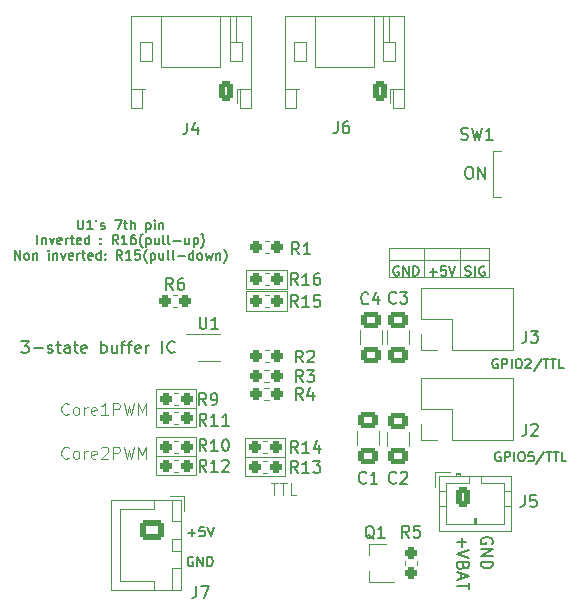
<source format=gto>
G04 #@! TF.GenerationSoftware,KiCad,Pcbnew,7.0.6*
G04 #@! TF.CreationDate,2023-07-11T17:34:17+08:00*
G04 #@! TF.ProjectId,m5-pantilt,6d352d70-616e-4746-996c-742e6b696361,1*
G04 #@! TF.SameCoordinates,PX5f5e100PY5f5e100*
G04 #@! TF.FileFunction,Legend,Top*
G04 #@! TF.FilePolarity,Positive*
%FSLAX46Y46*%
G04 Gerber Fmt 4.6, Leading zero omitted, Abs format (unit mm)*
G04 Created by KiCad (PCBNEW 7.0.6) date 2023-07-11 17:34:17*
%MOMM*%
%LPD*%
G01*
G04 APERTURE LIST*
G04 Aperture macros list*
%AMRoundRect*
0 Rectangle with rounded corners*
0 $1 Rounding radius*
0 $2 $3 $4 $5 $6 $7 $8 $9 X,Y pos of 4 corners*
0 Add a 4 corners polygon primitive as box body*
4,1,4,$2,$3,$4,$5,$6,$7,$8,$9,$2,$3,0*
0 Add four circle primitives for the rounded corners*
1,1,$1+$1,$2,$3*
1,1,$1+$1,$4,$5*
1,1,$1+$1,$6,$7*
1,1,$1+$1,$8,$9*
0 Add four rect primitives between the rounded corners*
20,1,$1+$1,$2,$3,$4,$5,0*
20,1,$1+$1,$4,$5,$6,$7,0*
20,1,$1+$1,$6,$7,$8,$9,0*
20,1,$1+$1,$8,$9,$2,$3,0*%
G04 Aperture macros list end*
%ADD10C,0.120000*%
%ADD11C,0.150000*%
%ADD12C,0.125000*%
%ADD13C,2.000000*%
%ADD14C,3.000000*%
%ADD15R,1.700000X1.700000*%
%ADD16O,1.700000X1.700000*%
%ADD17RoundRect,0.250000X0.350000X0.625000X-0.350000X0.625000X-0.350000X-0.625000X0.350000X-0.625000X0*%
%ADD18O,1.200000X1.750000*%
%ADD19R,0.800100X0.254000*%
%ADD20RoundRect,0.250000X-0.350000X-0.625000X0.350000X-0.625000X0.350000X0.625000X-0.350000X0.625000X0*%
%ADD21RoundRect,0.237500X0.287500X0.237500X-0.287500X0.237500X-0.287500X-0.237500X0.287500X-0.237500X0*%
%ADD22RoundRect,0.250000X-0.750000X0.600000X-0.750000X-0.600000X0.750000X-0.600000X0.750000X0.600000X0*%
%ADD23O,2.000000X1.700000*%
%ADD24RoundRect,0.237500X-0.287500X-0.237500X0.287500X-0.237500X0.287500X0.237500X-0.287500X0.237500X0*%
%ADD25RoundRect,0.250001X0.624999X-0.462499X0.624999X0.462499X-0.624999X0.462499X-0.624999X-0.462499X0*%
%ADD26RoundRect,0.250001X-0.624999X0.462499X-0.624999X-0.462499X0.624999X-0.462499X0.624999X0.462499X0*%
%ADD27R,0.900000X0.800000*%
%ADD28RoundRect,0.237500X0.237500X-0.287500X0.237500X0.287500X-0.237500X0.287500X-0.237500X-0.287500X0*%
%ADD29O,3.500000X2.200000*%
%ADD30R,2.500000X1.500000*%
%ADD31O,2.500000X1.500000*%
G04 APERTURE END LIST*
D10*
X33750000Y29200000D02*
X42250000Y29200000D01*
X42250000Y29200000D02*
X42250000Y31700000D01*
X42250000Y31700000D02*
X33750000Y31700000D01*
X33750000Y31700000D02*
X33750000Y29200000D01*
X36750000Y31700000D02*
X36750000Y29200000D01*
X39750000Y31700000D02*
X39750000Y29200000D01*
X33750000Y30700000D02*
X42250000Y30700000D01*
X21600000Y12350000D02*
X21600000Y15600000D01*
X14050000Y15700000D02*
X17450000Y15700000D01*
X14050000Y14050000D02*
X17450000Y14050000D01*
X17450000Y12450000D02*
X14050000Y12450000D01*
X17450000Y15700000D02*
X17450000Y12450000D01*
X14050000Y12450000D02*
X14050000Y15700000D01*
X14050000Y16500000D02*
X14050000Y19750000D01*
X14050000Y18100000D02*
X17450000Y18100000D01*
X14050000Y19750000D02*
X17450000Y19750000D01*
X17450000Y16500000D02*
X14050000Y16500000D01*
X17450000Y19750000D02*
X17450000Y16500000D01*
X25100000Y29850000D02*
X25100000Y28200000D01*
X21700000Y29850000D02*
X25100000Y29850000D01*
X21700000Y28200000D02*
X21700000Y29850000D01*
X21700000Y28200000D02*
X25100000Y28200000D01*
X21700000Y28000000D02*
X25100000Y28000000D01*
X25100000Y28000000D02*
X25100000Y26350000D01*
X21700000Y26350000D02*
X21700000Y28000000D01*
X21700000Y26350000D02*
X25100000Y26350000D01*
X25000000Y15600000D02*
X25000000Y12350000D01*
X21600000Y13950000D02*
X25000000Y13950000D01*
X25000000Y12350000D02*
X21600000Y12350000D01*
X21600000Y15600000D02*
X25000000Y15600000D01*
X42579000Y39901600D02*
X43214000Y39901600D01*
X43214000Y35991600D02*
X42579000Y35991600D01*
X42579000Y35991600D02*
X42579000Y39901600D01*
D11*
X43186666Y14369610D02*
X43110476Y14407705D01*
X43110476Y14407705D02*
X42996190Y14407705D01*
X42996190Y14407705D02*
X42881904Y14369610D01*
X42881904Y14369610D02*
X42805714Y14293420D01*
X42805714Y14293420D02*
X42767619Y14217229D01*
X42767619Y14217229D02*
X42729523Y14064848D01*
X42729523Y14064848D02*
X42729523Y13950562D01*
X42729523Y13950562D02*
X42767619Y13798181D01*
X42767619Y13798181D02*
X42805714Y13721991D01*
X42805714Y13721991D02*
X42881904Y13645800D01*
X42881904Y13645800D02*
X42996190Y13607705D01*
X42996190Y13607705D02*
X43072381Y13607705D01*
X43072381Y13607705D02*
X43186666Y13645800D01*
X43186666Y13645800D02*
X43224762Y13683896D01*
X43224762Y13683896D02*
X43224762Y13950562D01*
X43224762Y13950562D02*
X43072381Y13950562D01*
X43567619Y13607705D02*
X43567619Y14407705D01*
X43567619Y14407705D02*
X43872381Y14407705D01*
X43872381Y14407705D02*
X43948571Y14369610D01*
X43948571Y14369610D02*
X43986666Y14331515D01*
X43986666Y14331515D02*
X44024762Y14255324D01*
X44024762Y14255324D02*
X44024762Y14141039D01*
X44024762Y14141039D02*
X43986666Y14064848D01*
X43986666Y14064848D02*
X43948571Y14026753D01*
X43948571Y14026753D02*
X43872381Y13988658D01*
X43872381Y13988658D02*
X43567619Y13988658D01*
X44367619Y13607705D02*
X44367619Y14407705D01*
X44900952Y14407705D02*
X45053333Y14407705D01*
X45053333Y14407705D02*
X45129523Y14369610D01*
X45129523Y14369610D02*
X45205714Y14293420D01*
X45205714Y14293420D02*
X45243809Y14141039D01*
X45243809Y14141039D02*
X45243809Y13874372D01*
X45243809Y13874372D02*
X45205714Y13721991D01*
X45205714Y13721991D02*
X45129523Y13645800D01*
X45129523Y13645800D02*
X45053333Y13607705D01*
X45053333Y13607705D02*
X44900952Y13607705D01*
X44900952Y13607705D02*
X44824761Y13645800D01*
X44824761Y13645800D02*
X44748571Y13721991D01*
X44748571Y13721991D02*
X44710475Y13874372D01*
X44710475Y13874372D02*
X44710475Y14141039D01*
X44710475Y14141039D02*
X44748571Y14293420D01*
X44748571Y14293420D02*
X44824761Y14369610D01*
X44824761Y14369610D02*
X44900952Y14407705D01*
X45967618Y14407705D02*
X45586666Y14407705D01*
X45586666Y14407705D02*
X45548570Y14026753D01*
X45548570Y14026753D02*
X45586666Y14064848D01*
X45586666Y14064848D02*
X45662856Y14102943D01*
X45662856Y14102943D02*
X45853332Y14102943D01*
X45853332Y14102943D02*
X45929523Y14064848D01*
X45929523Y14064848D02*
X45967618Y14026753D01*
X45967618Y14026753D02*
X46005713Y13950562D01*
X46005713Y13950562D02*
X46005713Y13760086D01*
X46005713Y13760086D02*
X45967618Y13683896D01*
X45967618Y13683896D02*
X45929523Y13645800D01*
X45929523Y13645800D02*
X45853332Y13607705D01*
X45853332Y13607705D02*
X45662856Y13607705D01*
X45662856Y13607705D02*
X45586666Y13645800D01*
X45586666Y13645800D02*
X45548570Y13683896D01*
X46919999Y14445800D02*
X46234285Y13417229D01*
X47072380Y14407705D02*
X47529523Y14407705D01*
X47300951Y13607705D02*
X47300951Y14407705D01*
X47681904Y14407705D02*
X48139047Y14407705D01*
X47910475Y13607705D02*
X47910475Y14407705D01*
X48786666Y13607705D02*
X48405714Y13607705D01*
X48405714Y13607705D02*
X48405714Y14407705D01*
D12*
X6649999Y17639120D02*
X6602380Y17591500D01*
X6602380Y17591500D02*
X6459523Y17543881D01*
X6459523Y17543881D02*
X6364285Y17543881D01*
X6364285Y17543881D02*
X6221428Y17591500D01*
X6221428Y17591500D02*
X6126190Y17686739D01*
X6126190Y17686739D02*
X6078571Y17781977D01*
X6078571Y17781977D02*
X6030952Y17972453D01*
X6030952Y17972453D02*
X6030952Y18115310D01*
X6030952Y18115310D02*
X6078571Y18305786D01*
X6078571Y18305786D02*
X6126190Y18401024D01*
X6126190Y18401024D02*
X6221428Y18496262D01*
X6221428Y18496262D02*
X6364285Y18543881D01*
X6364285Y18543881D02*
X6459523Y18543881D01*
X6459523Y18543881D02*
X6602380Y18496262D01*
X6602380Y18496262D02*
X6649999Y18448643D01*
X7221428Y17543881D02*
X7126190Y17591500D01*
X7126190Y17591500D02*
X7078571Y17639120D01*
X7078571Y17639120D02*
X7030952Y17734358D01*
X7030952Y17734358D02*
X7030952Y18020072D01*
X7030952Y18020072D02*
X7078571Y18115310D01*
X7078571Y18115310D02*
X7126190Y18162929D01*
X7126190Y18162929D02*
X7221428Y18210548D01*
X7221428Y18210548D02*
X7364285Y18210548D01*
X7364285Y18210548D02*
X7459523Y18162929D01*
X7459523Y18162929D02*
X7507142Y18115310D01*
X7507142Y18115310D02*
X7554761Y18020072D01*
X7554761Y18020072D02*
X7554761Y17734358D01*
X7554761Y17734358D02*
X7507142Y17639120D01*
X7507142Y17639120D02*
X7459523Y17591500D01*
X7459523Y17591500D02*
X7364285Y17543881D01*
X7364285Y17543881D02*
X7221428Y17543881D01*
X7983333Y17543881D02*
X7983333Y18210548D01*
X7983333Y18020072D02*
X8030952Y18115310D01*
X8030952Y18115310D02*
X8078571Y18162929D01*
X8078571Y18162929D02*
X8173809Y18210548D01*
X8173809Y18210548D02*
X8269047Y18210548D01*
X8983333Y17591500D02*
X8888095Y17543881D01*
X8888095Y17543881D02*
X8697619Y17543881D01*
X8697619Y17543881D02*
X8602381Y17591500D01*
X8602381Y17591500D02*
X8554762Y17686739D01*
X8554762Y17686739D02*
X8554762Y18067691D01*
X8554762Y18067691D02*
X8602381Y18162929D01*
X8602381Y18162929D02*
X8697619Y18210548D01*
X8697619Y18210548D02*
X8888095Y18210548D01*
X8888095Y18210548D02*
X8983333Y18162929D01*
X8983333Y18162929D02*
X9030952Y18067691D01*
X9030952Y18067691D02*
X9030952Y17972453D01*
X9030952Y17972453D02*
X8554762Y17877215D01*
X9983333Y17543881D02*
X9411905Y17543881D01*
X9697619Y17543881D02*
X9697619Y18543881D01*
X9697619Y18543881D02*
X9602381Y18401024D01*
X9602381Y18401024D02*
X9507143Y18305786D01*
X9507143Y18305786D02*
X9411905Y18258167D01*
X10411905Y17543881D02*
X10411905Y18543881D01*
X10411905Y18543881D02*
X10792857Y18543881D01*
X10792857Y18543881D02*
X10888095Y18496262D01*
X10888095Y18496262D02*
X10935714Y18448643D01*
X10935714Y18448643D02*
X10983333Y18353405D01*
X10983333Y18353405D02*
X10983333Y18210548D01*
X10983333Y18210548D02*
X10935714Y18115310D01*
X10935714Y18115310D02*
X10888095Y18067691D01*
X10888095Y18067691D02*
X10792857Y18020072D01*
X10792857Y18020072D02*
X10411905Y18020072D01*
X11316667Y18543881D02*
X11554762Y17543881D01*
X11554762Y17543881D02*
X11745238Y18258167D01*
X11745238Y18258167D02*
X11935714Y17543881D01*
X11935714Y17543881D02*
X12173810Y18543881D01*
X12554762Y17543881D02*
X12554762Y18543881D01*
X12554762Y18543881D02*
X12888095Y17829596D01*
X12888095Y17829596D02*
X13221428Y18543881D01*
X13221428Y18543881D02*
X13221428Y17543881D01*
X6649999Y13939120D02*
X6602380Y13891500D01*
X6602380Y13891500D02*
X6459523Y13843881D01*
X6459523Y13843881D02*
X6364285Y13843881D01*
X6364285Y13843881D02*
X6221428Y13891500D01*
X6221428Y13891500D02*
X6126190Y13986739D01*
X6126190Y13986739D02*
X6078571Y14081977D01*
X6078571Y14081977D02*
X6030952Y14272453D01*
X6030952Y14272453D02*
X6030952Y14415310D01*
X6030952Y14415310D02*
X6078571Y14605786D01*
X6078571Y14605786D02*
X6126190Y14701024D01*
X6126190Y14701024D02*
X6221428Y14796262D01*
X6221428Y14796262D02*
X6364285Y14843881D01*
X6364285Y14843881D02*
X6459523Y14843881D01*
X6459523Y14843881D02*
X6602380Y14796262D01*
X6602380Y14796262D02*
X6649999Y14748643D01*
X7221428Y13843881D02*
X7126190Y13891500D01*
X7126190Y13891500D02*
X7078571Y13939120D01*
X7078571Y13939120D02*
X7030952Y14034358D01*
X7030952Y14034358D02*
X7030952Y14320072D01*
X7030952Y14320072D02*
X7078571Y14415310D01*
X7078571Y14415310D02*
X7126190Y14462929D01*
X7126190Y14462929D02*
X7221428Y14510548D01*
X7221428Y14510548D02*
X7364285Y14510548D01*
X7364285Y14510548D02*
X7459523Y14462929D01*
X7459523Y14462929D02*
X7507142Y14415310D01*
X7507142Y14415310D02*
X7554761Y14320072D01*
X7554761Y14320072D02*
X7554761Y14034358D01*
X7554761Y14034358D02*
X7507142Y13939120D01*
X7507142Y13939120D02*
X7459523Y13891500D01*
X7459523Y13891500D02*
X7364285Y13843881D01*
X7364285Y13843881D02*
X7221428Y13843881D01*
X7983333Y13843881D02*
X7983333Y14510548D01*
X7983333Y14320072D02*
X8030952Y14415310D01*
X8030952Y14415310D02*
X8078571Y14462929D01*
X8078571Y14462929D02*
X8173809Y14510548D01*
X8173809Y14510548D02*
X8269047Y14510548D01*
X8983333Y13891500D02*
X8888095Y13843881D01*
X8888095Y13843881D02*
X8697619Y13843881D01*
X8697619Y13843881D02*
X8602381Y13891500D01*
X8602381Y13891500D02*
X8554762Y13986739D01*
X8554762Y13986739D02*
X8554762Y14367691D01*
X8554762Y14367691D02*
X8602381Y14462929D01*
X8602381Y14462929D02*
X8697619Y14510548D01*
X8697619Y14510548D02*
X8888095Y14510548D01*
X8888095Y14510548D02*
X8983333Y14462929D01*
X8983333Y14462929D02*
X9030952Y14367691D01*
X9030952Y14367691D02*
X9030952Y14272453D01*
X9030952Y14272453D02*
X8554762Y14177215D01*
X9411905Y14748643D02*
X9459524Y14796262D01*
X9459524Y14796262D02*
X9554762Y14843881D01*
X9554762Y14843881D02*
X9792857Y14843881D01*
X9792857Y14843881D02*
X9888095Y14796262D01*
X9888095Y14796262D02*
X9935714Y14748643D01*
X9935714Y14748643D02*
X9983333Y14653405D01*
X9983333Y14653405D02*
X9983333Y14558167D01*
X9983333Y14558167D02*
X9935714Y14415310D01*
X9935714Y14415310D02*
X9364286Y13843881D01*
X9364286Y13843881D02*
X9983333Y13843881D01*
X10411905Y13843881D02*
X10411905Y14843881D01*
X10411905Y14843881D02*
X10792857Y14843881D01*
X10792857Y14843881D02*
X10888095Y14796262D01*
X10888095Y14796262D02*
X10935714Y14748643D01*
X10935714Y14748643D02*
X10983333Y14653405D01*
X10983333Y14653405D02*
X10983333Y14510548D01*
X10983333Y14510548D02*
X10935714Y14415310D01*
X10935714Y14415310D02*
X10888095Y14367691D01*
X10888095Y14367691D02*
X10792857Y14320072D01*
X10792857Y14320072D02*
X10411905Y14320072D01*
X11316667Y14843881D02*
X11554762Y13843881D01*
X11554762Y13843881D02*
X11745238Y14558167D01*
X11745238Y14558167D02*
X11935714Y13843881D01*
X11935714Y13843881D02*
X12173810Y14843881D01*
X12554762Y13843881D02*
X12554762Y14843881D01*
X12554762Y14843881D02*
X12888095Y14129596D01*
X12888095Y14129596D02*
X13221428Y14843881D01*
X13221428Y14843881D02*
X13221428Y13843881D01*
D11*
X34590476Y30099610D02*
X34514286Y30137705D01*
X34514286Y30137705D02*
X34400000Y30137705D01*
X34400000Y30137705D02*
X34285714Y30099610D01*
X34285714Y30099610D02*
X34209524Y30023420D01*
X34209524Y30023420D02*
X34171429Y29947229D01*
X34171429Y29947229D02*
X34133333Y29794848D01*
X34133333Y29794848D02*
X34133333Y29680562D01*
X34133333Y29680562D02*
X34171429Y29528181D01*
X34171429Y29528181D02*
X34209524Y29451991D01*
X34209524Y29451991D02*
X34285714Y29375800D01*
X34285714Y29375800D02*
X34400000Y29337705D01*
X34400000Y29337705D02*
X34476191Y29337705D01*
X34476191Y29337705D02*
X34590476Y29375800D01*
X34590476Y29375800D02*
X34628572Y29413896D01*
X34628572Y29413896D02*
X34628572Y29680562D01*
X34628572Y29680562D02*
X34476191Y29680562D01*
X34971429Y29337705D02*
X34971429Y30137705D01*
X34971429Y30137705D02*
X35428572Y29337705D01*
X35428572Y29337705D02*
X35428572Y30137705D01*
X35809524Y29337705D02*
X35809524Y30137705D01*
X35809524Y30137705D02*
X36000000Y30137705D01*
X36000000Y30137705D02*
X36114286Y30099610D01*
X36114286Y30099610D02*
X36190476Y30023420D01*
X36190476Y30023420D02*
X36228571Y29947229D01*
X36228571Y29947229D02*
X36266667Y29794848D01*
X36266667Y29794848D02*
X36266667Y29680562D01*
X36266667Y29680562D02*
X36228571Y29528181D01*
X36228571Y29528181D02*
X36190476Y29451991D01*
X36190476Y29451991D02*
X36114286Y29375800D01*
X36114286Y29375800D02*
X36000000Y29337705D01*
X36000000Y29337705D02*
X35809524Y29337705D01*
X37219048Y29642467D02*
X37828572Y29642467D01*
X37523810Y29337705D02*
X37523810Y29947229D01*
X38590476Y30137705D02*
X38209524Y30137705D01*
X38209524Y30137705D02*
X38171428Y29756753D01*
X38171428Y29756753D02*
X38209524Y29794848D01*
X38209524Y29794848D02*
X38285714Y29832943D01*
X38285714Y29832943D02*
X38476190Y29832943D01*
X38476190Y29832943D02*
X38552381Y29794848D01*
X38552381Y29794848D02*
X38590476Y29756753D01*
X38590476Y29756753D02*
X38628571Y29680562D01*
X38628571Y29680562D02*
X38628571Y29490086D01*
X38628571Y29490086D02*
X38590476Y29413896D01*
X38590476Y29413896D02*
X38552381Y29375800D01*
X38552381Y29375800D02*
X38476190Y29337705D01*
X38476190Y29337705D02*
X38285714Y29337705D01*
X38285714Y29337705D02*
X38209524Y29375800D01*
X38209524Y29375800D02*
X38171428Y29413896D01*
X38857143Y30137705D02*
X39123810Y29337705D01*
X39123810Y29337705D02*
X39390476Y30137705D01*
X40228571Y29375800D02*
X40342857Y29337705D01*
X40342857Y29337705D02*
X40533333Y29337705D01*
X40533333Y29337705D02*
X40609524Y29375800D01*
X40609524Y29375800D02*
X40647619Y29413896D01*
X40647619Y29413896D02*
X40685714Y29490086D01*
X40685714Y29490086D02*
X40685714Y29566277D01*
X40685714Y29566277D02*
X40647619Y29642467D01*
X40647619Y29642467D02*
X40609524Y29680562D01*
X40609524Y29680562D02*
X40533333Y29718658D01*
X40533333Y29718658D02*
X40380952Y29756753D01*
X40380952Y29756753D02*
X40304762Y29794848D01*
X40304762Y29794848D02*
X40266667Y29832943D01*
X40266667Y29832943D02*
X40228571Y29909134D01*
X40228571Y29909134D02*
X40228571Y29985324D01*
X40228571Y29985324D02*
X40266667Y30061515D01*
X40266667Y30061515D02*
X40304762Y30099610D01*
X40304762Y30099610D02*
X40380952Y30137705D01*
X40380952Y30137705D02*
X40571429Y30137705D01*
X40571429Y30137705D02*
X40685714Y30099610D01*
X41028572Y29337705D02*
X41028572Y30137705D01*
X41828571Y30099610D02*
X41752381Y30137705D01*
X41752381Y30137705D02*
X41638095Y30137705D01*
X41638095Y30137705D02*
X41523809Y30099610D01*
X41523809Y30099610D02*
X41447619Y30023420D01*
X41447619Y30023420D02*
X41409524Y29947229D01*
X41409524Y29947229D02*
X41371428Y29794848D01*
X41371428Y29794848D02*
X41371428Y29680562D01*
X41371428Y29680562D02*
X41409524Y29528181D01*
X41409524Y29528181D02*
X41447619Y29451991D01*
X41447619Y29451991D02*
X41523809Y29375800D01*
X41523809Y29375800D02*
X41638095Y29337705D01*
X41638095Y29337705D02*
X41714286Y29337705D01*
X41714286Y29337705D02*
X41828571Y29375800D01*
X41828571Y29375800D02*
X41866667Y29413896D01*
X41866667Y29413896D02*
X41866667Y29680562D01*
X41866667Y29680562D02*
X41714286Y29680562D01*
X16751429Y7562467D02*
X17360953Y7562467D01*
X17056191Y7257705D02*
X17056191Y7867229D01*
X18122857Y8057705D02*
X17741905Y8057705D01*
X17741905Y8057705D02*
X17703809Y7676753D01*
X17703809Y7676753D02*
X17741905Y7714848D01*
X17741905Y7714848D02*
X17818095Y7752943D01*
X17818095Y7752943D02*
X18008571Y7752943D01*
X18008571Y7752943D02*
X18084762Y7714848D01*
X18084762Y7714848D02*
X18122857Y7676753D01*
X18122857Y7676753D02*
X18160952Y7600562D01*
X18160952Y7600562D02*
X18160952Y7410086D01*
X18160952Y7410086D02*
X18122857Y7333896D01*
X18122857Y7333896D02*
X18084762Y7295800D01*
X18084762Y7295800D02*
X18008571Y7257705D01*
X18008571Y7257705D02*
X17818095Y7257705D01*
X17818095Y7257705D02*
X17741905Y7295800D01*
X17741905Y7295800D02*
X17703809Y7333896D01*
X18389524Y8057705D02*
X18656191Y7257705D01*
X18656191Y7257705D02*
X18922857Y8057705D01*
X7430952Y34075705D02*
X7430952Y33428086D01*
X7430952Y33428086D02*
X7469047Y33351896D01*
X7469047Y33351896D02*
X7507142Y33313800D01*
X7507142Y33313800D02*
X7583333Y33275705D01*
X7583333Y33275705D02*
X7735714Y33275705D01*
X7735714Y33275705D02*
X7811904Y33313800D01*
X7811904Y33313800D02*
X7849999Y33351896D01*
X7849999Y33351896D02*
X7888095Y33428086D01*
X7888095Y33428086D02*
X7888095Y34075705D01*
X8688094Y33275705D02*
X8230951Y33275705D01*
X8459523Y33275705D02*
X8459523Y34075705D01*
X8459523Y34075705D02*
X8383332Y33961420D01*
X8383332Y33961420D02*
X8307142Y33885229D01*
X8307142Y33885229D02*
X8230951Y33847134D01*
X9069047Y34075705D02*
X8992856Y33923324D01*
X9373808Y33313800D02*
X9449999Y33275705D01*
X9449999Y33275705D02*
X9602380Y33275705D01*
X9602380Y33275705D02*
X9678570Y33313800D01*
X9678570Y33313800D02*
X9716666Y33389991D01*
X9716666Y33389991D02*
X9716666Y33428086D01*
X9716666Y33428086D02*
X9678570Y33504277D01*
X9678570Y33504277D02*
X9602380Y33542372D01*
X9602380Y33542372D02*
X9488094Y33542372D01*
X9488094Y33542372D02*
X9411904Y33580467D01*
X9411904Y33580467D02*
X9373808Y33656658D01*
X9373808Y33656658D02*
X9373808Y33694753D01*
X9373808Y33694753D02*
X9411904Y33770943D01*
X9411904Y33770943D02*
X9488094Y33809039D01*
X9488094Y33809039D02*
X9602380Y33809039D01*
X9602380Y33809039D02*
X9678570Y33770943D01*
X10592856Y34075705D02*
X11126190Y34075705D01*
X11126190Y34075705D02*
X10783332Y33275705D01*
X11316666Y33809039D02*
X11621428Y33809039D01*
X11430952Y34075705D02*
X11430952Y33389991D01*
X11430952Y33389991D02*
X11469047Y33313800D01*
X11469047Y33313800D02*
X11545237Y33275705D01*
X11545237Y33275705D02*
X11621428Y33275705D01*
X11888095Y33275705D02*
X11888095Y34075705D01*
X12230952Y33275705D02*
X12230952Y33694753D01*
X12230952Y33694753D02*
X12192857Y33770943D01*
X12192857Y33770943D02*
X12116666Y33809039D01*
X12116666Y33809039D02*
X12002380Y33809039D01*
X12002380Y33809039D02*
X11926190Y33770943D01*
X11926190Y33770943D02*
X11888095Y33732848D01*
X13221429Y33809039D02*
X13221429Y33009039D01*
X13221429Y33770943D02*
X13297619Y33809039D01*
X13297619Y33809039D02*
X13450000Y33809039D01*
X13450000Y33809039D02*
X13526191Y33770943D01*
X13526191Y33770943D02*
X13564286Y33732848D01*
X13564286Y33732848D02*
X13602381Y33656658D01*
X13602381Y33656658D02*
X13602381Y33428086D01*
X13602381Y33428086D02*
X13564286Y33351896D01*
X13564286Y33351896D02*
X13526191Y33313800D01*
X13526191Y33313800D02*
X13450000Y33275705D01*
X13450000Y33275705D02*
X13297619Y33275705D01*
X13297619Y33275705D02*
X13221429Y33313800D01*
X13945239Y33275705D02*
X13945239Y33809039D01*
X13945239Y34075705D02*
X13907143Y34037610D01*
X13907143Y34037610D02*
X13945239Y33999515D01*
X13945239Y33999515D02*
X13983334Y34037610D01*
X13983334Y34037610D02*
X13945239Y34075705D01*
X13945239Y34075705D02*
X13945239Y33999515D01*
X14326191Y33809039D02*
X14326191Y33275705D01*
X14326191Y33732848D02*
X14364286Y33770943D01*
X14364286Y33770943D02*
X14440476Y33809039D01*
X14440476Y33809039D02*
X14554762Y33809039D01*
X14554762Y33809039D02*
X14630953Y33770943D01*
X14630953Y33770943D02*
X14669048Y33694753D01*
X14669048Y33694753D02*
X14669048Y33275705D01*
X4002380Y31987705D02*
X4002380Y32787705D01*
X4383332Y32521039D02*
X4383332Y31987705D01*
X4383332Y32444848D02*
X4421427Y32482943D01*
X4421427Y32482943D02*
X4497617Y32521039D01*
X4497617Y32521039D02*
X4611903Y32521039D01*
X4611903Y32521039D02*
X4688094Y32482943D01*
X4688094Y32482943D02*
X4726189Y32406753D01*
X4726189Y32406753D02*
X4726189Y31987705D01*
X5030951Y32521039D02*
X5221427Y31987705D01*
X5221427Y31987705D02*
X5411904Y32521039D01*
X6021428Y32025800D02*
X5945237Y31987705D01*
X5945237Y31987705D02*
X5792856Y31987705D01*
X5792856Y31987705D02*
X5716666Y32025800D01*
X5716666Y32025800D02*
X5678570Y32101991D01*
X5678570Y32101991D02*
X5678570Y32406753D01*
X5678570Y32406753D02*
X5716666Y32482943D01*
X5716666Y32482943D02*
X5792856Y32521039D01*
X5792856Y32521039D02*
X5945237Y32521039D01*
X5945237Y32521039D02*
X6021428Y32482943D01*
X6021428Y32482943D02*
X6059523Y32406753D01*
X6059523Y32406753D02*
X6059523Y32330562D01*
X6059523Y32330562D02*
X5678570Y32254372D01*
X6402380Y31987705D02*
X6402380Y32521039D01*
X6402380Y32368658D02*
X6440475Y32444848D01*
X6440475Y32444848D02*
X6478570Y32482943D01*
X6478570Y32482943D02*
X6554761Y32521039D01*
X6554761Y32521039D02*
X6630951Y32521039D01*
X6783332Y32521039D02*
X7088094Y32521039D01*
X6897618Y32787705D02*
X6897618Y32101991D01*
X6897618Y32101991D02*
X6935713Y32025800D01*
X6935713Y32025800D02*
X7011903Y31987705D01*
X7011903Y31987705D02*
X7088094Y31987705D01*
X7659523Y32025800D02*
X7583332Y31987705D01*
X7583332Y31987705D02*
X7430951Y31987705D01*
X7430951Y31987705D02*
X7354761Y32025800D01*
X7354761Y32025800D02*
X7316665Y32101991D01*
X7316665Y32101991D02*
X7316665Y32406753D01*
X7316665Y32406753D02*
X7354761Y32482943D01*
X7354761Y32482943D02*
X7430951Y32521039D01*
X7430951Y32521039D02*
X7583332Y32521039D01*
X7583332Y32521039D02*
X7659523Y32482943D01*
X7659523Y32482943D02*
X7697618Y32406753D01*
X7697618Y32406753D02*
X7697618Y32330562D01*
X7697618Y32330562D02*
X7316665Y32254372D01*
X8383332Y31987705D02*
X8383332Y32787705D01*
X8383332Y32025800D02*
X8307141Y31987705D01*
X8307141Y31987705D02*
X8154760Y31987705D01*
X8154760Y31987705D02*
X8078570Y32025800D01*
X8078570Y32025800D02*
X8040475Y32063896D01*
X8040475Y32063896D02*
X8002379Y32140086D01*
X8002379Y32140086D02*
X8002379Y32368658D01*
X8002379Y32368658D02*
X8040475Y32444848D01*
X8040475Y32444848D02*
X8078570Y32482943D01*
X8078570Y32482943D02*
X8154760Y32521039D01*
X8154760Y32521039D02*
X8307141Y32521039D01*
X8307141Y32521039D02*
X8383332Y32482943D01*
X9373809Y32063896D02*
X9411904Y32025800D01*
X9411904Y32025800D02*
X9373809Y31987705D01*
X9373809Y31987705D02*
X9335713Y32025800D01*
X9335713Y32025800D02*
X9373809Y32063896D01*
X9373809Y32063896D02*
X9373809Y31987705D01*
X9373809Y32482943D02*
X9411904Y32444848D01*
X9411904Y32444848D02*
X9373809Y32406753D01*
X9373809Y32406753D02*
X9335713Y32444848D01*
X9335713Y32444848D02*
X9373809Y32482943D01*
X9373809Y32482943D02*
X9373809Y32406753D01*
X10821428Y31987705D02*
X10554761Y32368658D01*
X10364285Y31987705D02*
X10364285Y32787705D01*
X10364285Y32787705D02*
X10669047Y32787705D01*
X10669047Y32787705D02*
X10745237Y32749610D01*
X10745237Y32749610D02*
X10783332Y32711515D01*
X10783332Y32711515D02*
X10821428Y32635324D01*
X10821428Y32635324D02*
X10821428Y32521039D01*
X10821428Y32521039D02*
X10783332Y32444848D01*
X10783332Y32444848D02*
X10745237Y32406753D01*
X10745237Y32406753D02*
X10669047Y32368658D01*
X10669047Y32368658D02*
X10364285Y32368658D01*
X11583332Y31987705D02*
X11126189Y31987705D01*
X11354761Y31987705D02*
X11354761Y32787705D01*
X11354761Y32787705D02*
X11278570Y32673420D01*
X11278570Y32673420D02*
X11202380Y32597229D01*
X11202380Y32597229D02*
X11126189Y32559134D01*
X12269047Y32787705D02*
X12116666Y32787705D01*
X12116666Y32787705D02*
X12040475Y32749610D01*
X12040475Y32749610D02*
X12002380Y32711515D01*
X12002380Y32711515D02*
X11926190Y32597229D01*
X11926190Y32597229D02*
X11888094Y32444848D01*
X11888094Y32444848D02*
X11888094Y32140086D01*
X11888094Y32140086D02*
X11926190Y32063896D01*
X11926190Y32063896D02*
X11964285Y32025800D01*
X11964285Y32025800D02*
X12040475Y31987705D01*
X12040475Y31987705D02*
X12192856Y31987705D01*
X12192856Y31987705D02*
X12269047Y32025800D01*
X12269047Y32025800D02*
X12307142Y32063896D01*
X12307142Y32063896D02*
X12345237Y32140086D01*
X12345237Y32140086D02*
X12345237Y32330562D01*
X12345237Y32330562D02*
X12307142Y32406753D01*
X12307142Y32406753D02*
X12269047Y32444848D01*
X12269047Y32444848D02*
X12192856Y32482943D01*
X12192856Y32482943D02*
X12040475Y32482943D01*
X12040475Y32482943D02*
X11964285Y32444848D01*
X11964285Y32444848D02*
X11926190Y32406753D01*
X11926190Y32406753D02*
X11888094Y32330562D01*
X12916666Y31682943D02*
X12878571Y31721039D01*
X12878571Y31721039D02*
X12802380Y31835324D01*
X12802380Y31835324D02*
X12764285Y31911515D01*
X12764285Y31911515D02*
X12726190Y32025800D01*
X12726190Y32025800D02*
X12688095Y32216277D01*
X12688095Y32216277D02*
X12688095Y32368658D01*
X12688095Y32368658D02*
X12726190Y32559134D01*
X12726190Y32559134D02*
X12764285Y32673420D01*
X12764285Y32673420D02*
X12802380Y32749610D01*
X12802380Y32749610D02*
X12878571Y32863896D01*
X12878571Y32863896D02*
X12916666Y32901991D01*
X13221428Y32521039D02*
X13221428Y31721039D01*
X13221428Y32482943D02*
X13297618Y32521039D01*
X13297618Y32521039D02*
X13449999Y32521039D01*
X13449999Y32521039D02*
X13526190Y32482943D01*
X13526190Y32482943D02*
X13564285Y32444848D01*
X13564285Y32444848D02*
X13602380Y32368658D01*
X13602380Y32368658D02*
X13602380Y32140086D01*
X13602380Y32140086D02*
X13564285Y32063896D01*
X13564285Y32063896D02*
X13526190Y32025800D01*
X13526190Y32025800D02*
X13449999Y31987705D01*
X13449999Y31987705D02*
X13297618Y31987705D01*
X13297618Y31987705D02*
X13221428Y32025800D01*
X14288095Y32521039D02*
X14288095Y31987705D01*
X13945238Y32521039D02*
X13945238Y32101991D01*
X13945238Y32101991D02*
X13983333Y32025800D01*
X13983333Y32025800D02*
X14059523Y31987705D01*
X14059523Y31987705D02*
X14173809Y31987705D01*
X14173809Y31987705D02*
X14250000Y32025800D01*
X14250000Y32025800D02*
X14288095Y32063896D01*
X14783333Y31987705D02*
X14707143Y32025800D01*
X14707143Y32025800D02*
X14669048Y32101991D01*
X14669048Y32101991D02*
X14669048Y32787705D01*
X15202381Y31987705D02*
X15126191Y32025800D01*
X15126191Y32025800D02*
X15088096Y32101991D01*
X15088096Y32101991D02*
X15088096Y32787705D01*
X15507144Y32292467D02*
X16116668Y32292467D01*
X16840477Y32521039D02*
X16840477Y31987705D01*
X16497620Y32521039D02*
X16497620Y32101991D01*
X16497620Y32101991D02*
X16535715Y32025800D01*
X16535715Y32025800D02*
X16611905Y31987705D01*
X16611905Y31987705D02*
X16726191Y31987705D01*
X16726191Y31987705D02*
X16802382Y32025800D01*
X16802382Y32025800D02*
X16840477Y32063896D01*
X17221430Y32521039D02*
X17221430Y31721039D01*
X17221430Y32482943D02*
X17297620Y32521039D01*
X17297620Y32521039D02*
X17450001Y32521039D01*
X17450001Y32521039D02*
X17526192Y32482943D01*
X17526192Y32482943D02*
X17564287Y32444848D01*
X17564287Y32444848D02*
X17602382Y32368658D01*
X17602382Y32368658D02*
X17602382Y32140086D01*
X17602382Y32140086D02*
X17564287Y32063896D01*
X17564287Y32063896D02*
X17526192Y32025800D01*
X17526192Y32025800D02*
X17450001Y31987705D01*
X17450001Y31987705D02*
X17297620Y31987705D01*
X17297620Y31987705D02*
X17221430Y32025800D01*
X17869049Y31682943D02*
X17907144Y31721039D01*
X17907144Y31721039D02*
X17983335Y31835324D01*
X17983335Y31835324D02*
X18021430Y31911515D01*
X18021430Y31911515D02*
X18059525Y32025800D01*
X18059525Y32025800D02*
X18097621Y32216277D01*
X18097621Y32216277D02*
X18097621Y32368658D01*
X18097621Y32368658D02*
X18059525Y32559134D01*
X18059525Y32559134D02*
X18021430Y32673420D01*
X18021430Y32673420D02*
X17983335Y32749610D01*
X17983335Y32749610D02*
X17907144Y32863896D01*
X17907144Y32863896D02*
X17869049Y32901991D01*
X2078570Y30699705D02*
X2078570Y31499705D01*
X2078570Y31499705D02*
X2535713Y30699705D01*
X2535713Y30699705D02*
X2535713Y31499705D01*
X3030950Y30699705D02*
X2954760Y30737800D01*
X2954760Y30737800D02*
X2916665Y30775896D01*
X2916665Y30775896D02*
X2878569Y30852086D01*
X2878569Y30852086D02*
X2878569Y31080658D01*
X2878569Y31080658D02*
X2916665Y31156848D01*
X2916665Y31156848D02*
X2954760Y31194943D01*
X2954760Y31194943D02*
X3030950Y31233039D01*
X3030950Y31233039D02*
X3145236Y31233039D01*
X3145236Y31233039D02*
X3221427Y31194943D01*
X3221427Y31194943D02*
X3259522Y31156848D01*
X3259522Y31156848D02*
X3297617Y31080658D01*
X3297617Y31080658D02*
X3297617Y30852086D01*
X3297617Y30852086D02*
X3259522Y30775896D01*
X3259522Y30775896D02*
X3221427Y30737800D01*
X3221427Y30737800D02*
X3145236Y30699705D01*
X3145236Y30699705D02*
X3030950Y30699705D01*
X3640475Y31233039D02*
X3640475Y30699705D01*
X3640475Y31156848D02*
X3678570Y31194943D01*
X3678570Y31194943D02*
X3754760Y31233039D01*
X3754760Y31233039D02*
X3869046Y31233039D01*
X3869046Y31233039D02*
X3945237Y31194943D01*
X3945237Y31194943D02*
X3983332Y31118753D01*
X3983332Y31118753D02*
X3983332Y30699705D01*
X4973809Y30699705D02*
X4973809Y31233039D01*
X4973809Y31499705D02*
X4935713Y31461610D01*
X4935713Y31461610D02*
X4973809Y31423515D01*
X4973809Y31423515D02*
X5011904Y31461610D01*
X5011904Y31461610D02*
X4973809Y31499705D01*
X4973809Y31499705D02*
X4973809Y31423515D01*
X5354761Y31233039D02*
X5354761Y30699705D01*
X5354761Y31156848D02*
X5392856Y31194943D01*
X5392856Y31194943D02*
X5469046Y31233039D01*
X5469046Y31233039D02*
X5583332Y31233039D01*
X5583332Y31233039D02*
X5659523Y31194943D01*
X5659523Y31194943D02*
X5697618Y31118753D01*
X5697618Y31118753D02*
X5697618Y30699705D01*
X6002380Y31233039D02*
X6192856Y30699705D01*
X6192856Y30699705D02*
X6383333Y31233039D01*
X6992857Y30737800D02*
X6916666Y30699705D01*
X6916666Y30699705D02*
X6764285Y30699705D01*
X6764285Y30699705D02*
X6688095Y30737800D01*
X6688095Y30737800D02*
X6649999Y30813991D01*
X6649999Y30813991D02*
X6649999Y31118753D01*
X6649999Y31118753D02*
X6688095Y31194943D01*
X6688095Y31194943D02*
X6764285Y31233039D01*
X6764285Y31233039D02*
X6916666Y31233039D01*
X6916666Y31233039D02*
X6992857Y31194943D01*
X6992857Y31194943D02*
X7030952Y31118753D01*
X7030952Y31118753D02*
X7030952Y31042562D01*
X7030952Y31042562D02*
X6649999Y30966372D01*
X7373809Y30699705D02*
X7373809Y31233039D01*
X7373809Y31080658D02*
X7411904Y31156848D01*
X7411904Y31156848D02*
X7449999Y31194943D01*
X7449999Y31194943D02*
X7526190Y31233039D01*
X7526190Y31233039D02*
X7602380Y31233039D01*
X7754761Y31233039D02*
X8059523Y31233039D01*
X7869047Y31499705D02*
X7869047Y30813991D01*
X7869047Y30813991D02*
X7907142Y30737800D01*
X7907142Y30737800D02*
X7983332Y30699705D01*
X7983332Y30699705D02*
X8059523Y30699705D01*
X8630952Y30737800D02*
X8554761Y30699705D01*
X8554761Y30699705D02*
X8402380Y30699705D01*
X8402380Y30699705D02*
X8326190Y30737800D01*
X8326190Y30737800D02*
X8288094Y30813991D01*
X8288094Y30813991D02*
X8288094Y31118753D01*
X8288094Y31118753D02*
X8326190Y31194943D01*
X8326190Y31194943D02*
X8402380Y31233039D01*
X8402380Y31233039D02*
X8554761Y31233039D01*
X8554761Y31233039D02*
X8630952Y31194943D01*
X8630952Y31194943D02*
X8669047Y31118753D01*
X8669047Y31118753D02*
X8669047Y31042562D01*
X8669047Y31042562D02*
X8288094Y30966372D01*
X9354761Y30699705D02*
X9354761Y31499705D01*
X9354761Y30737800D02*
X9278570Y30699705D01*
X9278570Y30699705D02*
X9126189Y30699705D01*
X9126189Y30699705D02*
X9049999Y30737800D01*
X9049999Y30737800D02*
X9011904Y30775896D01*
X9011904Y30775896D02*
X8973808Y30852086D01*
X8973808Y30852086D02*
X8973808Y31080658D01*
X8973808Y31080658D02*
X9011904Y31156848D01*
X9011904Y31156848D02*
X9049999Y31194943D01*
X9049999Y31194943D02*
X9126189Y31233039D01*
X9126189Y31233039D02*
X9278570Y31233039D01*
X9278570Y31233039D02*
X9354761Y31194943D01*
X9735714Y30775896D02*
X9773809Y30737800D01*
X9773809Y30737800D02*
X9735714Y30699705D01*
X9735714Y30699705D02*
X9697618Y30737800D01*
X9697618Y30737800D02*
X9735714Y30775896D01*
X9735714Y30775896D02*
X9735714Y30699705D01*
X9735714Y31194943D02*
X9773809Y31156848D01*
X9773809Y31156848D02*
X9735714Y31118753D01*
X9735714Y31118753D02*
X9697618Y31156848D01*
X9697618Y31156848D02*
X9735714Y31194943D01*
X9735714Y31194943D02*
X9735714Y31118753D01*
X11183333Y30699705D02*
X10916666Y31080658D01*
X10726190Y30699705D02*
X10726190Y31499705D01*
X10726190Y31499705D02*
X11030952Y31499705D01*
X11030952Y31499705D02*
X11107142Y31461610D01*
X11107142Y31461610D02*
X11145237Y31423515D01*
X11145237Y31423515D02*
X11183333Y31347324D01*
X11183333Y31347324D02*
X11183333Y31233039D01*
X11183333Y31233039D02*
X11145237Y31156848D01*
X11145237Y31156848D02*
X11107142Y31118753D01*
X11107142Y31118753D02*
X11030952Y31080658D01*
X11030952Y31080658D02*
X10726190Y31080658D01*
X11945237Y30699705D02*
X11488094Y30699705D01*
X11716666Y30699705D02*
X11716666Y31499705D01*
X11716666Y31499705D02*
X11640475Y31385420D01*
X11640475Y31385420D02*
X11564285Y31309229D01*
X11564285Y31309229D02*
X11488094Y31271134D01*
X12669047Y31499705D02*
X12288095Y31499705D01*
X12288095Y31499705D02*
X12249999Y31118753D01*
X12249999Y31118753D02*
X12288095Y31156848D01*
X12288095Y31156848D02*
X12364285Y31194943D01*
X12364285Y31194943D02*
X12554761Y31194943D01*
X12554761Y31194943D02*
X12630952Y31156848D01*
X12630952Y31156848D02*
X12669047Y31118753D01*
X12669047Y31118753D02*
X12707142Y31042562D01*
X12707142Y31042562D02*
X12707142Y30852086D01*
X12707142Y30852086D02*
X12669047Y30775896D01*
X12669047Y30775896D02*
X12630952Y30737800D01*
X12630952Y30737800D02*
X12554761Y30699705D01*
X12554761Y30699705D02*
X12364285Y30699705D01*
X12364285Y30699705D02*
X12288095Y30737800D01*
X12288095Y30737800D02*
X12249999Y30775896D01*
X13278571Y30394943D02*
X13240476Y30433039D01*
X13240476Y30433039D02*
X13164285Y30547324D01*
X13164285Y30547324D02*
X13126190Y30623515D01*
X13126190Y30623515D02*
X13088095Y30737800D01*
X13088095Y30737800D02*
X13050000Y30928277D01*
X13050000Y30928277D02*
X13050000Y31080658D01*
X13050000Y31080658D02*
X13088095Y31271134D01*
X13088095Y31271134D02*
X13126190Y31385420D01*
X13126190Y31385420D02*
X13164285Y31461610D01*
X13164285Y31461610D02*
X13240476Y31575896D01*
X13240476Y31575896D02*
X13278571Y31613991D01*
X13583333Y31233039D02*
X13583333Y30433039D01*
X13583333Y31194943D02*
X13659523Y31233039D01*
X13659523Y31233039D02*
X13811904Y31233039D01*
X13811904Y31233039D02*
X13888095Y31194943D01*
X13888095Y31194943D02*
X13926190Y31156848D01*
X13926190Y31156848D02*
X13964285Y31080658D01*
X13964285Y31080658D02*
X13964285Y30852086D01*
X13964285Y30852086D02*
X13926190Y30775896D01*
X13926190Y30775896D02*
X13888095Y30737800D01*
X13888095Y30737800D02*
X13811904Y30699705D01*
X13811904Y30699705D02*
X13659523Y30699705D01*
X13659523Y30699705D02*
X13583333Y30737800D01*
X14650000Y31233039D02*
X14650000Y30699705D01*
X14307143Y31233039D02*
X14307143Y30813991D01*
X14307143Y30813991D02*
X14345238Y30737800D01*
X14345238Y30737800D02*
X14421428Y30699705D01*
X14421428Y30699705D02*
X14535714Y30699705D01*
X14535714Y30699705D02*
X14611905Y30737800D01*
X14611905Y30737800D02*
X14650000Y30775896D01*
X15145238Y30699705D02*
X15069048Y30737800D01*
X15069048Y30737800D02*
X15030953Y30813991D01*
X15030953Y30813991D02*
X15030953Y31499705D01*
X15564286Y30699705D02*
X15488096Y30737800D01*
X15488096Y30737800D02*
X15450001Y30813991D01*
X15450001Y30813991D02*
X15450001Y31499705D01*
X15869049Y31004467D02*
X16478573Y31004467D01*
X17202382Y30699705D02*
X17202382Y31499705D01*
X17202382Y30737800D02*
X17126191Y30699705D01*
X17126191Y30699705D02*
X16973810Y30699705D01*
X16973810Y30699705D02*
X16897620Y30737800D01*
X16897620Y30737800D02*
X16859525Y30775896D01*
X16859525Y30775896D02*
X16821429Y30852086D01*
X16821429Y30852086D02*
X16821429Y31080658D01*
X16821429Y31080658D02*
X16859525Y31156848D01*
X16859525Y31156848D02*
X16897620Y31194943D01*
X16897620Y31194943D02*
X16973810Y31233039D01*
X16973810Y31233039D02*
X17126191Y31233039D01*
X17126191Y31233039D02*
X17202382Y31194943D01*
X17697620Y30699705D02*
X17621430Y30737800D01*
X17621430Y30737800D02*
X17583335Y30775896D01*
X17583335Y30775896D02*
X17545239Y30852086D01*
X17545239Y30852086D02*
X17545239Y31080658D01*
X17545239Y31080658D02*
X17583335Y31156848D01*
X17583335Y31156848D02*
X17621430Y31194943D01*
X17621430Y31194943D02*
X17697620Y31233039D01*
X17697620Y31233039D02*
X17811906Y31233039D01*
X17811906Y31233039D02*
X17888097Y31194943D01*
X17888097Y31194943D02*
X17926192Y31156848D01*
X17926192Y31156848D02*
X17964287Y31080658D01*
X17964287Y31080658D02*
X17964287Y30852086D01*
X17964287Y30852086D02*
X17926192Y30775896D01*
X17926192Y30775896D02*
X17888097Y30737800D01*
X17888097Y30737800D02*
X17811906Y30699705D01*
X17811906Y30699705D02*
X17697620Y30699705D01*
X18230954Y31233039D02*
X18383335Y30699705D01*
X18383335Y30699705D02*
X18535716Y31080658D01*
X18535716Y31080658D02*
X18688097Y30699705D01*
X18688097Y30699705D02*
X18840478Y31233039D01*
X19145240Y31233039D02*
X19145240Y30699705D01*
X19145240Y31156848D02*
X19183335Y31194943D01*
X19183335Y31194943D02*
X19259525Y31233039D01*
X19259525Y31233039D02*
X19373811Y31233039D01*
X19373811Y31233039D02*
X19450002Y31194943D01*
X19450002Y31194943D02*
X19488097Y31118753D01*
X19488097Y31118753D02*
X19488097Y30699705D01*
X19792859Y30394943D02*
X19830954Y30433039D01*
X19830954Y30433039D02*
X19907145Y30547324D01*
X19907145Y30547324D02*
X19945240Y30623515D01*
X19945240Y30623515D02*
X19983335Y30737800D01*
X19983335Y30737800D02*
X20021431Y30928277D01*
X20021431Y30928277D02*
X20021431Y31080658D01*
X20021431Y31080658D02*
X19983335Y31271134D01*
X19983335Y31271134D02*
X19945240Y31385420D01*
X19945240Y31385420D02*
X19907145Y31461610D01*
X19907145Y31461610D02*
X19830954Y31575896D01*
X19830954Y31575896D02*
X19792859Y31613991D01*
X17170476Y5479610D02*
X17094286Y5517705D01*
X17094286Y5517705D02*
X16980000Y5517705D01*
X16980000Y5517705D02*
X16865714Y5479610D01*
X16865714Y5479610D02*
X16789524Y5403420D01*
X16789524Y5403420D02*
X16751429Y5327229D01*
X16751429Y5327229D02*
X16713333Y5174848D01*
X16713333Y5174848D02*
X16713333Y5060562D01*
X16713333Y5060562D02*
X16751429Y4908181D01*
X16751429Y4908181D02*
X16789524Y4831991D01*
X16789524Y4831991D02*
X16865714Y4755800D01*
X16865714Y4755800D02*
X16980000Y4717705D01*
X16980000Y4717705D02*
X17056191Y4717705D01*
X17056191Y4717705D02*
X17170476Y4755800D01*
X17170476Y4755800D02*
X17208572Y4793896D01*
X17208572Y4793896D02*
X17208572Y5060562D01*
X17208572Y5060562D02*
X17056191Y5060562D01*
X17551429Y4717705D02*
X17551429Y5517705D01*
X17551429Y5517705D02*
X18008572Y4717705D01*
X18008572Y4717705D02*
X18008572Y5517705D01*
X18389524Y4717705D02*
X18389524Y5517705D01*
X18389524Y5517705D02*
X18580000Y5517705D01*
X18580000Y5517705D02*
X18694286Y5479610D01*
X18694286Y5479610D02*
X18770476Y5403420D01*
X18770476Y5403420D02*
X18808571Y5327229D01*
X18808571Y5327229D02*
X18846667Y5174848D01*
X18846667Y5174848D02*
X18846667Y5060562D01*
X18846667Y5060562D02*
X18808571Y4908181D01*
X18808571Y4908181D02*
X18770476Y4831991D01*
X18770476Y4831991D02*
X18694286Y4755800D01*
X18694286Y4755800D02*
X18580000Y4717705D01*
X18580000Y4717705D02*
X18389524Y4717705D01*
X42497561Y6639412D02*
X42545180Y6734650D01*
X42545180Y6734650D02*
X42545180Y6877507D01*
X42545180Y6877507D02*
X42497561Y7020364D01*
X42497561Y7020364D02*
X42402323Y7115602D01*
X42402323Y7115602D02*
X42307085Y7163221D01*
X42307085Y7163221D02*
X42116609Y7210840D01*
X42116609Y7210840D02*
X41973752Y7210840D01*
X41973752Y7210840D02*
X41783276Y7163221D01*
X41783276Y7163221D02*
X41688038Y7115602D01*
X41688038Y7115602D02*
X41592800Y7020364D01*
X41592800Y7020364D02*
X41545180Y6877507D01*
X41545180Y6877507D02*
X41545180Y6782269D01*
X41545180Y6782269D02*
X41592800Y6639412D01*
X41592800Y6639412D02*
X41640419Y6591793D01*
X41640419Y6591793D02*
X41973752Y6591793D01*
X41973752Y6591793D02*
X41973752Y6782269D01*
X41545180Y6163221D02*
X42545180Y6163221D01*
X42545180Y6163221D02*
X41545180Y5591793D01*
X41545180Y5591793D02*
X42545180Y5591793D01*
X41545180Y5115602D02*
X42545180Y5115602D01*
X42545180Y5115602D02*
X42545180Y4877507D01*
X42545180Y4877507D02*
X42497561Y4734650D01*
X42497561Y4734650D02*
X42402323Y4639412D01*
X42402323Y4639412D02*
X42307085Y4591793D01*
X42307085Y4591793D02*
X42116609Y4544174D01*
X42116609Y4544174D02*
X41973752Y4544174D01*
X41973752Y4544174D02*
X41783276Y4591793D01*
X41783276Y4591793D02*
X41688038Y4639412D01*
X41688038Y4639412D02*
X41592800Y4734650D01*
X41592800Y4734650D02*
X41545180Y4877507D01*
X41545180Y4877507D02*
X41545180Y5115602D01*
X39926133Y7163221D02*
X39926133Y6401316D01*
X39545180Y6782269D02*
X40307085Y6782269D01*
X40545180Y6067983D02*
X39545180Y5734650D01*
X39545180Y5734650D02*
X40545180Y5401317D01*
X40068990Y4734650D02*
X40021371Y4591793D01*
X40021371Y4591793D02*
X39973752Y4544174D01*
X39973752Y4544174D02*
X39878514Y4496555D01*
X39878514Y4496555D02*
X39735657Y4496555D01*
X39735657Y4496555D02*
X39640419Y4544174D01*
X39640419Y4544174D02*
X39592800Y4591793D01*
X39592800Y4591793D02*
X39545180Y4687031D01*
X39545180Y4687031D02*
X39545180Y5067983D01*
X39545180Y5067983D02*
X40545180Y5067983D01*
X40545180Y5067983D02*
X40545180Y4734650D01*
X40545180Y4734650D02*
X40497561Y4639412D01*
X40497561Y4639412D02*
X40449942Y4591793D01*
X40449942Y4591793D02*
X40354704Y4544174D01*
X40354704Y4544174D02*
X40259466Y4544174D01*
X40259466Y4544174D02*
X40164228Y4591793D01*
X40164228Y4591793D02*
X40116609Y4639412D01*
X40116609Y4639412D02*
X40068990Y4734650D01*
X40068990Y4734650D02*
X40068990Y5067983D01*
X39830895Y4115602D02*
X39830895Y3639412D01*
X39545180Y4210840D02*
X40545180Y3877507D01*
X40545180Y3877507D02*
X39545180Y3544174D01*
X40545180Y3353697D02*
X40545180Y2782269D01*
X39545180Y3067983D02*
X40545180Y3067983D01*
X42958066Y22243610D02*
X42881876Y22281705D01*
X42881876Y22281705D02*
X42767590Y22281705D01*
X42767590Y22281705D02*
X42653304Y22243610D01*
X42653304Y22243610D02*
X42577114Y22167420D01*
X42577114Y22167420D02*
X42539019Y22091229D01*
X42539019Y22091229D02*
X42500923Y21938848D01*
X42500923Y21938848D02*
X42500923Y21824562D01*
X42500923Y21824562D02*
X42539019Y21672181D01*
X42539019Y21672181D02*
X42577114Y21595991D01*
X42577114Y21595991D02*
X42653304Y21519800D01*
X42653304Y21519800D02*
X42767590Y21481705D01*
X42767590Y21481705D02*
X42843781Y21481705D01*
X42843781Y21481705D02*
X42958066Y21519800D01*
X42958066Y21519800D02*
X42996162Y21557896D01*
X42996162Y21557896D02*
X42996162Y21824562D01*
X42996162Y21824562D02*
X42843781Y21824562D01*
X43339019Y21481705D02*
X43339019Y22281705D01*
X43339019Y22281705D02*
X43643781Y22281705D01*
X43643781Y22281705D02*
X43719971Y22243610D01*
X43719971Y22243610D02*
X43758066Y22205515D01*
X43758066Y22205515D02*
X43796162Y22129324D01*
X43796162Y22129324D02*
X43796162Y22015039D01*
X43796162Y22015039D02*
X43758066Y21938848D01*
X43758066Y21938848D02*
X43719971Y21900753D01*
X43719971Y21900753D02*
X43643781Y21862658D01*
X43643781Y21862658D02*
X43339019Y21862658D01*
X44139019Y21481705D02*
X44139019Y22281705D01*
X44672352Y22281705D02*
X44824733Y22281705D01*
X44824733Y22281705D02*
X44900923Y22243610D01*
X44900923Y22243610D02*
X44977114Y22167420D01*
X44977114Y22167420D02*
X45015209Y22015039D01*
X45015209Y22015039D02*
X45015209Y21748372D01*
X45015209Y21748372D02*
X44977114Y21595991D01*
X44977114Y21595991D02*
X44900923Y21519800D01*
X44900923Y21519800D02*
X44824733Y21481705D01*
X44824733Y21481705D02*
X44672352Y21481705D01*
X44672352Y21481705D02*
X44596161Y21519800D01*
X44596161Y21519800D02*
X44519971Y21595991D01*
X44519971Y21595991D02*
X44481875Y21748372D01*
X44481875Y21748372D02*
X44481875Y22015039D01*
X44481875Y22015039D02*
X44519971Y22167420D01*
X44519971Y22167420D02*
X44596161Y22243610D01*
X44596161Y22243610D02*
X44672352Y22281705D01*
X45319970Y22205515D02*
X45358066Y22243610D01*
X45358066Y22243610D02*
X45434256Y22281705D01*
X45434256Y22281705D02*
X45624732Y22281705D01*
X45624732Y22281705D02*
X45700923Y22243610D01*
X45700923Y22243610D02*
X45739018Y22205515D01*
X45739018Y22205515D02*
X45777113Y22129324D01*
X45777113Y22129324D02*
X45777113Y22053134D01*
X45777113Y22053134D02*
X45739018Y21938848D01*
X45739018Y21938848D02*
X45281875Y21481705D01*
X45281875Y21481705D02*
X45777113Y21481705D01*
X46691399Y22319800D02*
X46005685Y21291229D01*
X46843780Y22281705D02*
X47300923Y22281705D01*
X47072351Y21481705D02*
X47072351Y22281705D01*
X47453304Y22281705D02*
X47910447Y22281705D01*
X47681875Y21481705D02*
X47681875Y22281705D01*
X48558066Y21481705D02*
X48177114Y21481705D01*
X48177114Y21481705D02*
X48177114Y22281705D01*
D12*
X23778571Y11793881D02*
X24349999Y11793881D01*
X24064285Y10793881D02*
X24064285Y11793881D01*
X24540476Y11793881D02*
X25111904Y11793881D01*
X24826190Y10793881D02*
X24826190Y11793881D01*
X25921428Y10793881D02*
X25445238Y10793881D01*
X25445238Y10793881D02*
X25445238Y11793881D01*
D11*
X2626189Y23795181D02*
X3245236Y23795181D01*
X3245236Y23795181D02*
X2911903Y23414229D01*
X2911903Y23414229D02*
X3054760Y23414229D01*
X3054760Y23414229D02*
X3149998Y23366610D01*
X3149998Y23366610D02*
X3197617Y23318991D01*
X3197617Y23318991D02*
X3245236Y23223753D01*
X3245236Y23223753D02*
X3245236Y22985658D01*
X3245236Y22985658D02*
X3197617Y22890420D01*
X3197617Y22890420D02*
X3149998Y22842800D01*
X3149998Y22842800D02*
X3054760Y22795181D01*
X3054760Y22795181D02*
X2769046Y22795181D01*
X2769046Y22795181D02*
X2673808Y22842800D01*
X2673808Y22842800D02*
X2626189Y22890420D01*
X3673808Y23176134D02*
X4435713Y23176134D01*
X4864284Y22842800D02*
X4959522Y22795181D01*
X4959522Y22795181D02*
X5149998Y22795181D01*
X5149998Y22795181D02*
X5245236Y22842800D01*
X5245236Y22842800D02*
X5292855Y22938039D01*
X5292855Y22938039D02*
X5292855Y22985658D01*
X5292855Y22985658D02*
X5245236Y23080896D01*
X5245236Y23080896D02*
X5149998Y23128515D01*
X5149998Y23128515D02*
X5007141Y23128515D01*
X5007141Y23128515D02*
X4911903Y23176134D01*
X4911903Y23176134D02*
X4864284Y23271372D01*
X4864284Y23271372D02*
X4864284Y23318991D01*
X4864284Y23318991D02*
X4911903Y23414229D01*
X4911903Y23414229D02*
X5007141Y23461848D01*
X5007141Y23461848D02*
X5149998Y23461848D01*
X5149998Y23461848D02*
X5245236Y23414229D01*
X5578570Y23461848D02*
X5959522Y23461848D01*
X5721427Y23795181D02*
X5721427Y22938039D01*
X5721427Y22938039D02*
X5769046Y22842800D01*
X5769046Y22842800D02*
X5864284Y22795181D01*
X5864284Y22795181D02*
X5959522Y22795181D01*
X6721427Y22795181D02*
X6721427Y23318991D01*
X6721427Y23318991D02*
X6673808Y23414229D01*
X6673808Y23414229D02*
X6578570Y23461848D01*
X6578570Y23461848D02*
X6388094Y23461848D01*
X6388094Y23461848D02*
X6292856Y23414229D01*
X6721427Y22842800D02*
X6626189Y22795181D01*
X6626189Y22795181D02*
X6388094Y22795181D01*
X6388094Y22795181D02*
X6292856Y22842800D01*
X6292856Y22842800D02*
X6245237Y22938039D01*
X6245237Y22938039D02*
X6245237Y23033277D01*
X6245237Y23033277D02*
X6292856Y23128515D01*
X6292856Y23128515D02*
X6388094Y23176134D01*
X6388094Y23176134D02*
X6626189Y23176134D01*
X6626189Y23176134D02*
X6721427Y23223753D01*
X7054761Y23461848D02*
X7435713Y23461848D01*
X7197618Y23795181D02*
X7197618Y22938039D01*
X7197618Y22938039D02*
X7245237Y22842800D01*
X7245237Y22842800D02*
X7340475Y22795181D01*
X7340475Y22795181D02*
X7435713Y22795181D01*
X8149999Y22842800D02*
X8054761Y22795181D01*
X8054761Y22795181D02*
X7864285Y22795181D01*
X7864285Y22795181D02*
X7769047Y22842800D01*
X7769047Y22842800D02*
X7721428Y22938039D01*
X7721428Y22938039D02*
X7721428Y23318991D01*
X7721428Y23318991D02*
X7769047Y23414229D01*
X7769047Y23414229D02*
X7864285Y23461848D01*
X7864285Y23461848D02*
X8054761Y23461848D01*
X8054761Y23461848D02*
X8149999Y23414229D01*
X8149999Y23414229D02*
X8197618Y23318991D01*
X8197618Y23318991D02*
X8197618Y23223753D01*
X8197618Y23223753D02*
X7721428Y23128515D01*
X9388095Y22795181D02*
X9388095Y23795181D01*
X9388095Y23414229D02*
X9483333Y23461848D01*
X9483333Y23461848D02*
X9673809Y23461848D01*
X9673809Y23461848D02*
X9769047Y23414229D01*
X9769047Y23414229D02*
X9816666Y23366610D01*
X9816666Y23366610D02*
X9864285Y23271372D01*
X9864285Y23271372D02*
X9864285Y22985658D01*
X9864285Y22985658D02*
X9816666Y22890420D01*
X9816666Y22890420D02*
X9769047Y22842800D01*
X9769047Y22842800D02*
X9673809Y22795181D01*
X9673809Y22795181D02*
X9483333Y22795181D01*
X9483333Y22795181D02*
X9388095Y22842800D01*
X10721428Y23461848D02*
X10721428Y22795181D01*
X10292857Y23461848D02*
X10292857Y22938039D01*
X10292857Y22938039D02*
X10340476Y22842800D01*
X10340476Y22842800D02*
X10435714Y22795181D01*
X10435714Y22795181D02*
X10578571Y22795181D01*
X10578571Y22795181D02*
X10673809Y22842800D01*
X10673809Y22842800D02*
X10721428Y22890420D01*
X11054762Y23461848D02*
X11435714Y23461848D01*
X11197619Y22795181D02*
X11197619Y23652324D01*
X11197619Y23652324D02*
X11245238Y23747562D01*
X11245238Y23747562D02*
X11340476Y23795181D01*
X11340476Y23795181D02*
X11435714Y23795181D01*
X11626191Y23461848D02*
X12007143Y23461848D01*
X11769048Y22795181D02*
X11769048Y23652324D01*
X11769048Y23652324D02*
X11816667Y23747562D01*
X11816667Y23747562D02*
X11911905Y23795181D01*
X11911905Y23795181D02*
X12007143Y23795181D01*
X12721429Y22842800D02*
X12626191Y22795181D01*
X12626191Y22795181D02*
X12435715Y22795181D01*
X12435715Y22795181D02*
X12340477Y22842800D01*
X12340477Y22842800D02*
X12292858Y22938039D01*
X12292858Y22938039D02*
X12292858Y23318991D01*
X12292858Y23318991D02*
X12340477Y23414229D01*
X12340477Y23414229D02*
X12435715Y23461848D01*
X12435715Y23461848D02*
X12626191Y23461848D01*
X12626191Y23461848D02*
X12721429Y23414229D01*
X12721429Y23414229D02*
X12769048Y23318991D01*
X12769048Y23318991D02*
X12769048Y23223753D01*
X12769048Y23223753D02*
X12292858Y23128515D01*
X13197620Y22795181D02*
X13197620Y23461848D01*
X13197620Y23271372D02*
X13245239Y23366610D01*
X13245239Y23366610D02*
X13292858Y23414229D01*
X13292858Y23414229D02*
X13388096Y23461848D01*
X13388096Y23461848D02*
X13483334Y23461848D01*
X14578573Y22795181D02*
X14578573Y23795181D01*
X15626191Y22890420D02*
X15578572Y22842800D01*
X15578572Y22842800D02*
X15435715Y22795181D01*
X15435715Y22795181D02*
X15340477Y22795181D01*
X15340477Y22795181D02*
X15197620Y22842800D01*
X15197620Y22842800D02*
X15102382Y22938039D01*
X15102382Y22938039D02*
X15054763Y23033277D01*
X15054763Y23033277D02*
X15007144Y23223753D01*
X15007144Y23223753D02*
X15007144Y23366610D01*
X15007144Y23366610D02*
X15054763Y23557086D01*
X15054763Y23557086D02*
X15102382Y23652324D01*
X15102382Y23652324D02*
X15197620Y23747562D01*
X15197620Y23747562D02*
X15340477Y23795181D01*
X15340477Y23795181D02*
X15435715Y23795181D01*
X15435715Y23795181D02*
X15578572Y23747562D01*
X15578572Y23747562D02*
X15626191Y23699943D01*
X40464952Y38546781D02*
X40655428Y38546781D01*
X40655428Y38546781D02*
X40750666Y38499162D01*
X40750666Y38499162D02*
X40845904Y38403924D01*
X40845904Y38403924D02*
X40893523Y38213448D01*
X40893523Y38213448D02*
X40893523Y37880115D01*
X40893523Y37880115D02*
X40845904Y37689639D01*
X40845904Y37689639D02*
X40750666Y37594400D01*
X40750666Y37594400D02*
X40655428Y37546781D01*
X40655428Y37546781D02*
X40464952Y37546781D01*
X40464952Y37546781D02*
X40369714Y37594400D01*
X40369714Y37594400D02*
X40274476Y37689639D01*
X40274476Y37689639D02*
X40226857Y37880115D01*
X40226857Y37880115D02*
X40226857Y38213448D01*
X40226857Y38213448D02*
X40274476Y38403924D01*
X40274476Y38403924D02*
X40369714Y38499162D01*
X40369714Y38499162D02*
X40464952Y38546781D01*
X41322095Y37546781D02*
X41322095Y38546781D01*
X41322095Y38546781D02*
X41893523Y37546781D01*
X41893523Y37546781D02*
X41893523Y38546781D01*
X45386666Y16801181D02*
X45386666Y16086896D01*
X45386666Y16086896D02*
X45339047Y15944039D01*
X45339047Y15944039D02*
X45243809Y15848800D01*
X45243809Y15848800D02*
X45100952Y15801181D01*
X45100952Y15801181D02*
X45005714Y15801181D01*
X45815238Y16705943D02*
X45862857Y16753562D01*
X45862857Y16753562D02*
X45958095Y16801181D01*
X45958095Y16801181D02*
X46196190Y16801181D01*
X46196190Y16801181D02*
X46291428Y16753562D01*
X46291428Y16753562D02*
X46339047Y16705943D01*
X46339047Y16705943D02*
X46386666Y16610705D01*
X46386666Y16610705D02*
X46386666Y16515467D01*
X46386666Y16515467D02*
X46339047Y16372610D01*
X46339047Y16372610D02*
X45767619Y15801181D01*
X45767619Y15801181D02*
X46386666Y15801181D01*
X45386666Y24675181D02*
X45386666Y23960896D01*
X45386666Y23960896D02*
X45339047Y23818039D01*
X45339047Y23818039D02*
X45243809Y23722800D01*
X45243809Y23722800D02*
X45100952Y23675181D01*
X45100952Y23675181D02*
X45005714Y23675181D01*
X45767619Y24675181D02*
X46386666Y24675181D01*
X46386666Y24675181D02*
X46053333Y24294229D01*
X46053333Y24294229D02*
X46196190Y24294229D01*
X46196190Y24294229D02*
X46291428Y24246610D01*
X46291428Y24246610D02*
X46339047Y24198991D01*
X46339047Y24198991D02*
X46386666Y24103753D01*
X46386666Y24103753D02*
X46386666Y23865658D01*
X46386666Y23865658D02*
X46339047Y23770420D01*
X46339047Y23770420D02*
X46291428Y23722800D01*
X46291428Y23722800D02*
X46196190Y23675181D01*
X46196190Y23675181D02*
X45910476Y23675181D01*
X45910476Y23675181D02*
X45815238Y23722800D01*
X45815238Y23722800D02*
X45767619Y23770420D01*
X29416666Y42395181D02*
X29416666Y41680896D01*
X29416666Y41680896D02*
X29369047Y41538039D01*
X29369047Y41538039D02*
X29273809Y41442800D01*
X29273809Y41442800D02*
X29130952Y41395181D01*
X29130952Y41395181D02*
X29035714Y41395181D01*
X30321428Y42395181D02*
X30130952Y42395181D01*
X30130952Y42395181D02*
X30035714Y42347562D01*
X30035714Y42347562D02*
X29988095Y42299943D01*
X29988095Y42299943D02*
X29892857Y42157086D01*
X29892857Y42157086D02*
X29845238Y41966610D01*
X29845238Y41966610D02*
X29845238Y41585658D01*
X29845238Y41585658D02*
X29892857Y41490420D01*
X29892857Y41490420D02*
X29940476Y41442800D01*
X29940476Y41442800D02*
X30035714Y41395181D01*
X30035714Y41395181D02*
X30226190Y41395181D01*
X30226190Y41395181D02*
X30321428Y41442800D01*
X30321428Y41442800D02*
X30369047Y41490420D01*
X30369047Y41490420D02*
X30416666Y41585658D01*
X30416666Y41585658D02*
X30416666Y41823753D01*
X30416666Y41823753D02*
X30369047Y41918991D01*
X30369047Y41918991D02*
X30321428Y41966610D01*
X30321428Y41966610D02*
X30226190Y42014229D01*
X30226190Y42014229D02*
X30035714Y42014229D01*
X30035714Y42014229D02*
X29940476Y41966610D01*
X29940476Y41966610D02*
X29892857Y41918991D01*
X29892857Y41918991D02*
X29845238Y41823753D01*
X17738095Y25845181D02*
X17738095Y25035658D01*
X17738095Y25035658D02*
X17785714Y24940420D01*
X17785714Y24940420D02*
X17833333Y24892800D01*
X17833333Y24892800D02*
X17928571Y24845181D01*
X17928571Y24845181D02*
X18119047Y24845181D01*
X18119047Y24845181D02*
X18214285Y24892800D01*
X18214285Y24892800D02*
X18261904Y24940420D01*
X18261904Y24940420D02*
X18309523Y25035658D01*
X18309523Y25035658D02*
X18309523Y25845181D01*
X19309523Y24845181D02*
X18738095Y24845181D01*
X19023809Y24845181D02*
X19023809Y25845181D01*
X19023809Y25845181D02*
X18928571Y25702324D01*
X18928571Y25702324D02*
X18833333Y25607086D01*
X18833333Y25607086D02*
X18738095Y25559467D01*
X45266666Y10745181D02*
X45266666Y10030896D01*
X45266666Y10030896D02*
X45219047Y9888039D01*
X45219047Y9888039D02*
X45123809Y9792800D01*
X45123809Y9792800D02*
X44980952Y9745181D01*
X44980952Y9745181D02*
X44885714Y9745181D01*
X46219047Y10745181D02*
X45742857Y10745181D01*
X45742857Y10745181D02*
X45695238Y10268991D01*
X45695238Y10268991D02*
X45742857Y10316610D01*
X45742857Y10316610D02*
X45838095Y10364229D01*
X45838095Y10364229D02*
X46076190Y10364229D01*
X46076190Y10364229D02*
X46171428Y10316610D01*
X46171428Y10316610D02*
X46219047Y10268991D01*
X46219047Y10268991D02*
X46266666Y10173753D01*
X46266666Y10173753D02*
X46266666Y9935658D01*
X46266666Y9935658D02*
X46219047Y9840420D01*
X46219047Y9840420D02*
X46171428Y9792800D01*
X46171428Y9792800D02*
X46076190Y9745181D01*
X46076190Y9745181D02*
X45838095Y9745181D01*
X45838095Y9745181D02*
X45742857Y9792800D01*
X45742857Y9792800D02*
X45695238Y9840420D01*
X16666666Y42295181D02*
X16666666Y41580896D01*
X16666666Y41580896D02*
X16619047Y41438039D01*
X16619047Y41438039D02*
X16523809Y41342800D01*
X16523809Y41342800D02*
X16380952Y41295181D01*
X16380952Y41295181D02*
X16285714Y41295181D01*
X17571428Y41961848D02*
X17571428Y41295181D01*
X17333333Y42342800D02*
X17095238Y41628515D01*
X17095238Y41628515D02*
X17714285Y41628515D01*
X26483333Y20345181D02*
X26150000Y20821372D01*
X25911905Y20345181D02*
X25911905Y21345181D01*
X25911905Y21345181D02*
X26292857Y21345181D01*
X26292857Y21345181D02*
X26388095Y21297562D01*
X26388095Y21297562D02*
X26435714Y21249943D01*
X26435714Y21249943D02*
X26483333Y21154705D01*
X26483333Y21154705D02*
X26483333Y21011848D01*
X26483333Y21011848D02*
X26435714Y20916610D01*
X26435714Y20916610D02*
X26388095Y20868991D01*
X26388095Y20868991D02*
X26292857Y20821372D01*
X26292857Y20821372D02*
X25911905Y20821372D01*
X26816667Y21345181D02*
X27435714Y21345181D01*
X27435714Y21345181D02*
X27102381Y20964229D01*
X27102381Y20964229D02*
X27245238Y20964229D01*
X27245238Y20964229D02*
X27340476Y20916610D01*
X27340476Y20916610D02*
X27388095Y20868991D01*
X27388095Y20868991D02*
X27435714Y20773753D01*
X27435714Y20773753D02*
X27435714Y20535658D01*
X27435714Y20535658D02*
X27388095Y20440420D01*
X27388095Y20440420D02*
X27340476Y20392800D01*
X27340476Y20392800D02*
X27245238Y20345181D01*
X27245238Y20345181D02*
X26959524Y20345181D01*
X26959524Y20345181D02*
X26864286Y20392800D01*
X26864286Y20392800D02*
X26816667Y20440420D01*
X26483333Y18845181D02*
X26150000Y19321372D01*
X25911905Y18845181D02*
X25911905Y19845181D01*
X25911905Y19845181D02*
X26292857Y19845181D01*
X26292857Y19845181D02*
X26388095Y19797562D01*
X26388095Y19797562D02*
X26435714Y19749943D01*
X26435714Y19749943D02*
X26483333Y19654705D01*
X26483333Y19654705D02*
X26483333Y19511848D01*
X26483333Y19511848D02*
X26435714Y19416610D01*
X26435714Y19416610D02*
X26388095Y19368991D01*
X26388095Y19368991D02*
X26292857Y19321372D01*
X26292857Y19321372D02*
X25911905Y19321372D01*
X27340476Y19511848D02*
X27340476Y18845181D01*
X27102381Y19892800D02*
X26864286Y19178515D01*
X26864286Y19178515D02*
X27483333Y19178515D01*
X17446666Y3085181D02*
X17446666Y2370896D01*
X17446666Y2370896D02*
X17399047Y2228039D01*
X17399047Y2228039D02*
X17303809Y2132800D01*
X17303809Y2132800D02*
X17160952Y2085181D01*
X17160952Y2085181D02*
X17065714Y2085181D01*
X17827619Y3085181D02*
X18494285Y3085181D01*
X18494285Y3085181D02*
X18065714Y2085181D01*
X26147733Y31145381D02*
X25814400Y31621572D01*
X25576305Y31145381D02*
X25576305Y32145381D01*
X25576305Y32145381D02*
X25957257Y32145381D01*
X25957257Y32145381D02*
X26052495Y32097762D01*
X26052495Y32097762D02*
X26100114Y32050143D01*
X26100114Y32050143D02*
X26147733Y31954905D01*
X26147733Y31954905D02*
X26147733Y31812048D01*
X26147733Y31812048D02*
X26100114Y31716810D01*
X26100114Y31716810D02*
X26052495Y31669191D01*
X26052495Y31669191D02*
X25957257Y31621572D01*
X25957257Y31621572D02*
X25576305Y31621572D01*
X27100114Y31145381D02*
X26528686Y31145381D01*
X26814400Y31145381D02*
X26814400Y32145381D01*
X26814400Y32145381D02*
X26719162Y32002524D01*
X26719162Y32002524D02*
X26623924Y31907286D01*
X26623924Y31907286D02*
X26528686Y31859667D01*
X26483333Y21995181D02*
X26150000Y22471372D01*
X25911905Y21995181D02*
X25911905Y22995181D01*
X25911905Y22995181D02*
X26292857Y22995181D01*
X26292857Y22995181D02*
X26388095Y22947562D01*
X26388095Y22947562D02*
X26435714Y22899943D01*
X26435714Y22899943D02*
X26483333Y22804705D01*
X26483333Y22804705D02*
X26483333Y22661848D01*
X26483333Y22661848D02*
X26435714Y22566610D01*
X26435714Y22566610D02*
X26388095Y22518991D01*
X26388095Y22518991D02*
X26292857Y22471372D01*
X26292857Y22471372D02*
X25911905Y22471372D01*
X26864286Y22899943D02*
X26911905Y22947562D01*
X26911905Y22947562D02*
X27007143Y22995181D01*
X27007143Y22995181D02*
X27245238Y22995181D01*
X27245238Y22995181D02*
X27340476Y22947562D01*
X27340476Y22947562D02*
X27388095Y22899943D01*
X27388095Y22899943D02*
X27435714Y22804705D01*
X27435714Y22804705D02*
X27435714Y22709467D01*
X27435714Y22709467D02*
X27388095Y22566610D01*
X27388095Y22566610D02*
X26816667Y21995181D01*
X26816667Y21995181D02*
X27435714Y21995181D01*
X34377333Y27072420D02*
X34329714Y27024800D01*
X34329714Y27024800D02*
X34186857Y26977181D01*
X34186857Y26977181D02*
X34091619Y26977181D01*
X34091619Y26977181D02*
X33948762Y27024800D01*
X33948762Y27024800D02*
X33853524Y27120039D01*
X33853524Y27120039D02*
X33805905Y27215277D01*
X33805905Y27215277D02*
X33758286Y27405753D01*
X33758286Y27405753D02*
X33758286Y27548610D01*
X33758286Y27548610D02*
X33805905Y27739086D01*
X33805905Y27739086D02*
X33853524Y27834324D01*
X33853524Y27834324D02*
X33948762Y27929562D01*
X33948762Y27929562D02*
X34091619Y27977181D01*
X34091619Y27977181D02*
X34186857Y27977181D01*
X34186857Y27977181D02*
X34329714Y27929562D01*
X34329714Y27929562D02*
X34377333Y27881943D01*
X34710667Y27977181D02*
X35329714Y27977181D01*
X35329714Y27977181D02*
X34996381Y27596229D01*
X34996381Y27596229D02*
X35139238Y27596229D01*
X35139238Y27596229D02*
X35234476Y27548610D01*
X35234476Y27548610D02*
X35282095Y27500991D01*
X35282095Y27500991D02*
X35329714Y27405753D01*
X35329714Y27405753D02*
X35329714Y27167658D01*
X35329714Y27167658D02*
X35282095Y27072420D01*
X35282095Y27072420D02*
X35234476Y27024800D01*
X35234476Y27024800D02*
X35139238Y26977181D01*
X35139238Y26977181D02*
X34853524Y26977181D01*
X34853524Y26977181D02*
X34758286Y27024800D01*
X34758286Y27024800D02*
X34710667Y27072420D01*
X32017134Y27013821D02*
X31969515Y26966201D01*
X31969515Y26966201D02*
X31826658Y26918582D01*
X31826658Y26918582D02*
X31731420Y26918582D01*
X31731420Y26918582D02*
X31588563Y26966201D01*
X31588563Y26966201D02*
X31493325Y27061440D01*
X31493325Y27061440D02*
X31445706Y27156678D01*
X31445706Y27156678D02*
X31398087Y27347154D01*
X31398087Y27347154D02*
X31398087Y27490011D01*
X31398087Y27490011D02*
X31445706Y27680487D01*
X31445706Y27680487D02*
X31493325Y27775725D01*
X31493325Y27775725D02*
X31588563Y27870963D01*
X31588563Y27870963D02*
X31731420Y27918582D01*
X31731420Y27918582D02*
X31826658Y27918582D01*
X31826658Y27918582D02*
X31969515Y27870963D01*
X31969515Y27870963D02*
X32017134Y27823344D01*
X32874277Y27585249D02*
X32874277Y26918582D01*
X32636182Y27966201D02*
X32398087Y27251916D01*
X32398087Y27251916D02*
X33017134Y27251916D01*
X31837333Y11832420D02*
X31789714Y11784800D01*
X31789714Y11784800D02*
X31646857Y11737181D01*
X31646857Y11737181D02*
X31551619Y11737181D01*
X31551619Y11737181D02*
X31408762Y11784800D01*
X31408762Y11784800D02*
X31313524Y11880039D01*
X31313524Y11880039D02*
X31265905Y11975277D01*
X31265905Y11975277D02*
X31218286Y12165753D01*
X31218286Y12165753D02*
X31218286Y12308610D01*
X31218286Y12308610D02*
X31265905Y12499086D01*
X31265905Y12499086D02*
X31313524Y12594324D01*
X31313524Y12594324D02*
X31408762Y12689562D01*
X31408762Y12689562D02*
X31551619Y12737181D01*
X31551619Y12737181D02*
X31646857Y12737181D01*
X31646857Y12737181D02*
X31789714Y12689562D01*
X31789714Y12689562D02*
X31837333Y12641943D01*
X32789714Y11737181D02*
X32218286Y11737181D01*
X32504000Y11737181D02*
X32504000Y12737181D01*
X32504000Y12737181D02*
X32408762Y12594324D01*
X32408762Y12594324D02*
X32313524Y12499086D01*
X32313524Y12499086D02*
X32218286Y12451467D01*
X32504761Y7049943D02*
X32409523Y7097562D01*
X32409523Y7097562D02*
X32314285Y7192800D01*
X32314285Y7192800D02*
X32171428Y7335658D01*
X32171428Y7335658D02*
X32076190Y7383277D01*
X32076190Y7383277D02*
X31980952Y7383277D01*
X32028571Y7145181D02*
X31933333Y7192800D01*
X31933333Y7192800D02*
X31838095Y7288039D01*
X31838095Y7288039D02*
X31790476Y7478515D01*
X31790476Y7478515D02*
X31790476Y7811848D01*
X31790476Y7811848D02*
X31838095Y8002324D01*
X31838095Y8002324D02*
X31933333Y8097562D01*
X31933333Y8097562D02*
X32028571Y8145181D01*
X32028571Y8145181D02*
X32219047Y8145181D01*
X32219047Y8145181D02*
X32314285Y8097562D01*
X32314285Y8097562D02*
X32409523Y8002324D01*
X32409523Y8002324D02*
X32457142Y7811848D01*
X32457142Y7811848D02*
X32457142Y7478515D01*
X32457142Y7478515D02*
X32409523Y7288039D01*
X32409523Y7288039D02*
X32314285Y7192800D01*
X32314285Y7192800D02*
X32219047Y7145181D01*
X32219047Y7145181D02*
X32028571Y7145181D01*
X33409523Y7145181D02*
X32838095Y7145181D01*
X33123809Y7145181D02*
X33123809Y8145181D01*
X33123809Y8145181D02*
X33028571Y8002324D01*
X33028571Y8002324D02*
X32933333Y7907086D01*
X32933333Y7907086D02*
X32838095Y7859467D01*
X35469533Y7165181D02*
X35136200Y7641372D01*
X34898105Y7165181D02*
X34898105Y8165181D01*
X34898105Y8165181D02*
X35279057Y8165181D01*
X35279057Y8165181D02*
X35374295Y8117562D01*
X35374295Y8117562D02*
X35421914Y8069943D01*
X35421914Y8069943D02*
X35469533Y7974705D01*
X35469533Y7974705D02*
X35469533Y7831848D01*
X35469533Y7831848D02*
X35421914Y7736610D01*
X35421914Y7736610D02*
X35374295Y7688991D01*
X35374295Y7688991D02*
X35279057Y7641372D01*
X35279057Y7641372D02*
X34898105Y7641372D01*
X36374295Y8165181D02*
X35898105Y8165181D01*
X35898105Y8165181D02*
X35850486Y7688991D01*
X35850486Y7688991D02*
X35898105Y7736610D01*
X35898105Y7736610D02*
X35993343Y7784229D01*
X35993343Y7784229D02*
X36231438Y7784229D01*
X36231438Y7784229D02*
X36326676Y7736610D01*
X36326676Y7736610D02*
X36374295Y7688991D01*
X36374295Y7688991D02*
X36421914Y7593753D01*
X36421914Y7593753D02*
X36421914Y7355658D01*
X36421914Y7355658D02*
X36374295Y7260420D01*
X36374295Y7260420D02*
X36326676Y7212800D01*
X36326676Y7212800D02*
X36231438Y7165181D01*
X36231438Y7165181D02*
X35993343Y7165181D01*
X35993343Y7165181D02*
X35898105Y7212800D01*
X35898105Y7212800D02*
X35850486Y7260420D01*
X15483333Y28125181D02*
X15150000Y28601372D01*
X14911905Y28125181D02*
X14911905Y29125181D01*
X14911905Y29125181D02*
X15292857Y29125181D01*
X15292857Y29125181D02*
X15388095Y29077562D01*
X15388095Y29077562D02*
X15435714Y29029943D01*
X15435714Y29029943D02*
X15483333Y28934705D01*
X15483333Y28934705D02*
X15483333Y28791848D01*
X15483333Y28791848D02*
X15435714Y28696610D01*
X15435714Y28696610D02*
X15388095Y28648991D01*
X15388095Y28648991D02*
X15292857Y28601372D01*
X15292857Y28601372D02*
X14911905Y28601372D01*
X16340476Y29125181D02*
X16150000Y29125181D01*
X16150000Y29125181D02*
X16054762Y29077562D01*
X16054762Y29077562D02*
X16007143Y29029943D01*
X16007143Y29029943D02*
X15911905Y28887086D01*
X15911905Y28887086D02*
X15864286Y28696610D01*
X15864286Y28696610D02*
X15864286Y28315658D01*
X15864286Y28315658D02*
X15911905Y28220420D01*
X15911905Y28220420D02*
X15959524Y28172800D01*
X15959524Y28172800D02*
X16054762Y28125181D01*
X16054762Y28125181D02*
X16245238Y28125181D01*
X16245238Y28125181D02*
X16340476Y28172800D01*
X16340476Y28172800D02*
X16388095Y28220420D01*
X16388095Y28220420D02*
X16435714Y28315658D01*
X16435714Y28315658D02*
X16435714Y28553753D01*
X16435714Y28553753D02*
X16388095Y28648991D01*
X16388095Y28648991D02*
X16340476Y28696610D01*
X16340476Y28696610D02*
X16245238Y28744229D01*
X16245238Y28744229D02*
X16054762Y28744229D01*
X16054762Y28744229D02*
X15959524Y28696610D01*
X15959524Y28696610D02*
X15911905Y28648991D01*
X15911905Y28648991D02*
X15864286Y28553753D01*
X18283333Y18395181D02*
X17950000Y18871372D01*
X17711905Y18395181D02*
X17711905Y19395181D01*
X17711905Y19395181D02*
X18092857Y19395181D01*
X18092857Y19395181D02*
X18188095Y19347562D01*
X18188095Y19347562D02*
X18235714Y19299943D01*
X18235714Y19299943D02*
X18283333Y19204705D01*
X18283333Y19204705D02*
X18283333Y19061848D01*
X18283333Y19061848D02*
X18235714Y18966610D01*
X18235714Y18966610D02*
X18188095Y18918991D01*
X18188095Y18918991D02*
X18092857Y18871372D01*
X18092857Y18871372D02*
X17711905Y18871372D01*
X18759524Y18395181D02*
X18950000Y18395181D01*
X18950000Y18395181D02*
X19045238Y18442800D01*
X19045238Y18442800D02*
X19092857Y18490420D01*
X19092857Y18490420D02*
X19188095Y18633277D01*
X19188095Y18633277D02*
X19235714Y18823753D01*
X19235714Y18823753D02*
X19235714Y19204705D01*
X19235714Y19204705D02*
X19188095Y19299943D01*
X19188095Y19299943D02*
X19140476Y19347562D01*
X19140476Y19347562D02*
X19045238Y19395181D01*
X19045238Y19395181D02*
X18854762Y19395181D01*
X18854762Y19395181D02*
X18759524Y19347562D01*
X18759524Y19347562D02*
X18711905Y19299943D01*
X18711905Y19299943D02*
X18664286Y19204705D01*
X18664286Y19204705D02*
X18664286Y18966610D01*
X18664286Y18966610D02*
X18711905Y18871372D01*
X18711905Y18871372D02*
X18759524Y18823753D01*
X18759524Y18823753D02*
X18854762Y18776134D01*
X18854762Y18776134D02*
X19045238Y18776134D01*
X19045238Y18776134D02*
X19140476Y18823753D01*
X19140476Y18823753D02*
X19188095Y18871372D01*
X19188095Y18871372D02*
X19235714Y18966610D01*
X18307142Y14495181D02*
X17973809Y14971372D01*
X17735714Y14495181D02*
X17735714Y15495181D01*
X17735714Y15495181D02*
X18116666Y15495181D01*
X18116666Y15495181D02*
X18211904Y15447562D01*
X18211904Y15447562D02*
X18259523Y15399943D01*
X18259523Y15399943D02*
X18307142Y15304705D01*
X18307142Y15304705D02*
X18307142Y15161848D01*
X18307142Y15161848D02*
X18259523Y15066610D01*
X18259523Y15066610D02*
X18211904Y15018991D01*
X18211904Y15018991D02*
X18116666Y14971372D01*
X18116666Y14971372D02*
X17735714Y14971372D01*
X19259523Y14495181D02*
X18688095Y14495181D01*
X18973809Y14495181D02*
X18973809Y15495181D01*
X18973809Y15495181D02*
X18878571Y15352324D01*
X18878571Y15352324D02*
X18783333Y15257086D01*
X18783333Y15257086D02*
X18688095Y15209467D01*
X19878571Y15495181D02*
X19973809Y15495181D01*
X19973809Y15495181D02*
X20069047Y15447562D01*
X20069047Y15447562D02*
X20116666Y15399943D01*
X20116666Y15399943D02*
X20164285Y15304705D01*
X20164285Y15304705D02*
X20211904Y15114229D01*
X20211904Y15114229D02*
X20211904Y14876134D01*
X20211904Y14876134D02*
X20164285Y14685658D01*
X20164285Y14685658D02*
X20116666Y14590420D01*
X20116666Y14590420D02*
X20069047Y14542800D01*
X20069047Y14542800D02*
X19973809Y14495181D01*
X19973809Y14495181D02*
X19878571Y14495181D01*
X19878571Y14495181D02*
X19783333Y14542800D01*
X19783333Y14542800D02*
X19735714Y14590420D01*
X19735714Y14590420D02*
X19688095Y14685658D01*
X19688095Y14685658D02*
X19640476Y14876134D01*
X19640476Y14876134D02*
X19640476Y15114229D01*
X19640476Y15114229D02*
X19688095Y15304705D01*
X19688095Y15304705D02*
X19735714Y15399943D01*
X19735714Y15399943D02*
X19783333Y15447562D01*
X19783333Y15447562D02*
X19878571Y15495181D01*
X18307142Y16645181D02*
X17973809Y17121372D01*
X17735714Y16645181D02*
X17735714Y17645181D01*
X17735714Y17645181D02*
X18116666Y17645181D01*
X18116666Y17645181D02*
X18211904Y17597562D01*
X18211904Y17597562D02*
X18259523Y17549943D01*
X18259523Y17549943D02*
X18307142Y17454705D01*
X18307142Y17454705D02*
X18307142Y17311848D01*
X18307142Y17311848D02*
X18259523Y17216610D01*
X18259523Y17216610D02*
X18211904Y17168991D01*
X18211904Y17168991D02*
X18116666Y17121372D01*
X18116666Y17121372D02*
X17735714Y17121372D01*
X19259523Y16645181D02*
X18688095Y16645181D01*
X18973809Y16645181D02*
X18973809Y17645181D01*
X18973809Y17645181D02*
X18878571Y17502324D01*
X18878571Y17502324D02*
X18783333Y17407086D01*
X18783333Y17407086D02*
X18688095Y17359467D01*
X20211904Y16645181D02*
X19640476Y16645181D01*
X19926190Y16645181D02*
X19926190Y17645181D01*
X19926190Y17645181D02*
X19830952Y17502324D01*
X19830952Y17502324D02*
X19735714Y17407086D01*
X19735714Y17407086D02*
X19640476Y17359467D01*
X18307142Y12745181D02*
X17973809Y13221372D01*
X17735714Y12745181D02*
X17735714Y13745181D01*
X17735714Y13745181D02*
X18116666Y13745181D01*
X18116666Y13745181D02*
X18211904Y13697562D01*
X18211904Y13697562D02*
X18259523Y13649943D01*
X18259523Y13649943D02*
X18307142Y13554705D01*
X18307142Y13554705D02*
X18307142Y13411848D01*
X18307142Y13411848D02*
X18259523Y13316610D01*
X18259523Y13316610D02*
X18211904Y13268991D01*
X18211904Y13268991D02*
X18116666Y13221372D01*
X18116666Y13221372D02*
X17735714Y13221372D01*
X19259523Y12745181D02*
X18688095Y12745181D01*
X18973809Y12745181D02*
X18973809Y13745181D01*
X18973809Y13745181D02*
X18878571Y13602324D01*
X18878571Y13602324D02*
X18783333Y13507086D01*
X18783333Y13507086D02*
X18688095Y13459467D01*
X19640476Y13649943D02*
X19688095Y13697562D01*
X19688095Y13697562D02*
X19783333Y13745181D01*
X19783333Y13745181D02*
X20021428Y13745181D01*
X20021428Y13745181D02*
X20116666Y13697562D01*
X20116666Y13697562D02*
X20164285Y13649943D01*
X20164285Y13649943D02*
X20211904Y13554705D01*
X20211904Y13554705D02*
X20211904Y13459467D01*
X20211904Y13459467D02*
X20164285Y13316610D01*
X20164285Y13316610D02*
X19592857Y12745181D01*
X19592857Y12745181D02*
X20211904Y12745181D01*
X26057142Y12645181D02*
X25723809Y13121372D01*
X25485714Y12645181D02*
X25485714Y13645181D01*
X25485714Y13645181D02*
X25866666Y13645181D01*
X25866666Y13645181D02*
X25961904Y13597562D01*
X25961904Y13597562D02*
X26009523Y13549943D01*
X26009523Y13549943D02*
X26057142Y13454705D01*
X26057142Y13454705D02*
X26057142Y13311848D01*
X26057142Y13311848D02*
X26009523Y13216610D01*
X26009523Y13216610D02*
X25961904Y13168991D01*
X25961904Y13168991D02*
X25866666Y13121372D01*
X25866666Y13121372D02*
X25485714Y13121372D01*
X27009523Y12645181D02*
X26438095Y12645181D01*
X26723809Y12645181D02*
X26723809Y13645181D01*
X26723809Y13645181D02*
X26628571Y13502324D01*
X26628571Y13502324D02*
X26533333Y13407086D01*
X26533333Y13407086D02*
X26438095Y13359467D01*
X27342857Y13645181D02*
X27961904Y13645181D01*
X27961904Y13645181D02*
X27628571Y13264229D01*
X27628571Y13264229D02*
X27771428Y13264229D01*
X27771428Y13264229D02*
X27866666Y13216610D01*
X27866666Y13216610D02*
X27914285Y13168991D01*
X27914285Y13168991D02*
X27961904Y13073753D01*
X27961904Y13073753D02*
X27961904Y12835658D01*
X27961904Y12835658D02*
X27914285Y12740420D01*
X27914285Y12740420D02*
X27866666Y12692800D01*
X27866666Y12692800D02*
X27771428Y12645181D01*
X27771428Y12645181D02*
X27485714Y12645181D01*
X27485714Y12645181D02*
X27390476Y12692800D01*
X27390476Y12692800D02*
X27342857Y12740420D01*
X26057142Y26695181D02*
X25723809Y27171372D01*
X25485714Y26695181D02*
X25485714Y27695181D01*
X25485714Y27695181D02*
X25866666Y27695181D01*
X25866666Y27695181D02*
X25961904Y27647562D01*
X25961904Y27647562D02*
X26009523Y27599943D01*
X26009523Y27599943D02*
X26057142Y27504705D01*
X26057142Y27504705D02*
X26057142Y27361848D01*
X26057142Y27361848D02*
X26009523Y27266610D01*
X26009523Y27266610D02*
X25961904Y27218991D01*
X25961904Y27218991D02*
X25866666Y27171372D01*
X25866666Y27171372D02*
X25485714Y27171372D01*
X27009523Y26695181D02*
X26438095Y26695181D01*
X26723809Y26695181D02*
X26723809Y27695181D01*
X26723809Y27695181D02*
X26628571Y27552324D01*
X26628571Y27552324D02*
X26533333Y27457086D01*
X26533333Y27457086D02*
X26438095Y27409467D01*
X27914285Y27695181D02*
X27438095Y27695181D01*
X27438095Y27695181D02*
X27390476Y27218991D01*
X27390476Y27218991D02*
X27438095Y27266610D01*
X27438095Y27266610D02*
X27533333Y27314229D01*
X27533333Y27314229D02*
X27771428Y27314229D01*
X27771428Y27314229D02*
X27866666Y27266610D01*
X27866666Y27266610D02*
X27914285Y27218991D01*
X27914285Y27218991D02*
X27961904Y27123753D01*
X27961904Y27123753D02*
X27961904Y26885658D01*
X27961904Y26885658D02*
X27914285Y26790420D01*
X27914285Y26790420D02*
X27866666Y26742800D01*
X27866666Y26742800D02*
X27771428Y26695181D01*
X27771428Y26695181D02*
X27533333Y26695181D01*
X27533333Y26695181D02*
X27438095Y26742800D01*
X27438095Y26742800D02*
X27390476Y26790420D01*
X26057142Y28545181D02*
X25723809Y29021372D01*
X25485714Y28545181D02*
X25485714Y29545181D01*
X25485714Y29545181D02*
X25866666Y29545181D01*
X25866666Y29545181D02*
X25961904Y29497562D01*
X25961904Y29497562D02*
X26009523Y29449943D01*
X26009523Y29449943D02*
X26057142Y29354705D01*
X26057142Y29354705D02*
X26057142Y29211848D01*
X26057142Y29211848D02*
X26009523Y29116610D01*
X26009523Y29116610D02*
X25961904Y29068991D01*
X25961904Y29068991D02*
X25866666Y29021372D01*
X25866666Y29021372D02*
X25485714Y29021372D01*
X27009523Y28545181D02*
X26438095Y28545181D01*
X26723809Y28545181D02*
X26723809Y29545181D01*
X26723809Y29545181D02*
X26628571Y29402324D01*
X26628571Y29402324D02*
X26533333Y29307086D01*
X26533333Y29307086D02*
X26438095Y29259467D01*
X27866666Y29545181D02*
X27676190Y29545181D01*
X27676190Y29545181D02*
X27580952Y29497562D01*
X27580952Y29497562D02*
X27533333Y29449943D01*
X27533333Y29449943D02*
X27438095Y29307086D01*
X27438095Y29307086D02*
X27390476Y29116610D01*
X27390476Y29116610D02*
X27390476Y28735658D01*
X27390476Y28735658D02*
X27438095Y28640420D01*
X27438095Y28640420D02*
X27485714Y28592800D01*
X27485714Y28592800D02*
X27580952Y28545181D01*
X27580952Y28545181D02*
X27771428Y28545181D01*
X27771428Y28545181D02*
X27866666Y28592800D01*
X27866666Y28592800D02*
X27914285Y28640420D01*
X27914285Y28640420D02*
X27961904Y28735658D01*
X27961904Y28735658D02*
X27961904Y28973753D01*
X27961904Y28973753D02*
X27914285Y29068991D01*
X27914285Y29068991D02*
X27866666Y29116610D01*
X27866666Y29116610D02*
X27771428Y29164229D01*
X27771428Y29164229D02*
X27580952Y29164229D01*
X27580952Y29164229D02*
X27485714Y29116610D01*
X27485714Y29116610D02*
X27438095Y29068991D01*
X27438095Y29068991D02*
X27390476Y28973753D01*
X26057142Y14345181D02*
X25723809Y14821372D01*
X25485714Y14345181D02*
X25485714Y15345181D01*
X25485714Y15345181D02*
X25866666Y15345181D01*
X25866666Y15345181D02*
X25961904Y15297562D01*
X25961904Y15297562D02*
X26009523Y15249943D01*
X26009523Y15249943D02*
X26057142Y15154705D01*
X26057142Y15154705D02*
X26057142Y15011848D01*
X26057142Y15011848D02*
X26009523Y14916610D01*
X26009523Y14916610D02*
X25961904Y14868991D01*
X25961904Y14868991D02*
X25866666Y14821372D01*
X25866666Y14821372D02*
X25485714Y14821372D01*
X27009523Y14345181D02*
X26438095Y14345181D01*
X26723809Y14345181D02*
X26723809Y15345181D01*
X26723809Y15345181D02*
X26628571Y15202324D01*
X26628571Y15202324D02*
X26533333Y15107086D01*
X26533333Y15107086D02*
X26438095Y15059467D01*
X27866666Y15011848D02*
X27866666Y14345181D01*
X27628571Y15392800D02*
X27390476Y14678515D01*
X27390476Y14678515D02*
X28009523Y14678515D01*
X34377333Y11832420D02*
X34329714Y11784800D01*
X34329714Y11784800D02*
X34186857Y11737181D01*
X34186857Y11737181D02*
X34091619Y11737181D01*
X34091619Y11737181D02*
X33948762Y11784800D01*
X33948762Y11784800D02*
X33853524Y11880039D01*
X33853524Y11880039D02*
X33805905Y11975277D01*
X33805905Y11975277D02*
X33758286Y12165753D01*
X33758286Y12165753D02*
X33758286Y12308610D01*
X33758286Y12308610D02*
X33805905Y12499086D01*
X33805905Y12499086D02*
X33853524Y12594324D01*
X33853524Y12594324D02*
X33948762Y12689562D01*
X33948762Y12689562D02*
X34091619Y12737181D01*
X34091619Y12737181D02*
X34186857Y12737181D01*
X34186857Y12737181D02*
X34329714Y12689562D01*
X34329714Y12689562D02*
X34377333Y12641943D01*
X34758286Y12641943D02*
X34805905Y12689562D01*
X34805905Y12689562D02*
X34901143Y12737181D01*
X34901143Y12737181D02*
X35139238Y12737181D01*
X35139238Y12737181D02*
X35234476Y12689562D01*
X35234476Y12689562D02*
X35282095Y12641943D01*
X35282095Y12641943D02*
X35329714Y12546705D01*
X35329714Y12546705D02*
X35329714Y12451467D01*
X35329714Y12451467D02*
X35282095Y12308610D01*
X35282095Y12308610D02*
X34710667Y11737181D01*
X34710667Y11737181D02*
X35329714Y11737181D01*
X39866667Y40892800D02*
X40009524Y40845181D01*
X40009524Y40845181D02*
X40247619Y40845181D01*
X40247619Y40845181D02*
X40342857Y40892800D01*
X40342857Y40892800D02*
X40390476Y40940420D01*
X40390476Y40940420D02*
X40438095Y41035658D01*
X40438095Y41035658D02*
X40438095Y41130896D01*
X40438095Y41130896D02*
X40390476Y41226134D01*
X40390476Y41226134D02*
X40342857Y41273753D01*
X40342857Y41273753D02*
X40247619Y41321372D01*
X40247619Y41321372D02*
X40057143Y41368991D01*
X40057143Y41368991D02*
X39961905Y41416610D01*
X39961905Y41416610D02*
X39914286Y41464229D01*
X39914286Y41464229D02*
X39866667Y41559467D01*
X39866667Y41559467D02*
X39866667Y41654705D01*
X39866667Y41654705D02*
X39914286Y41749943D01*
X39914286Y41749943D02*
X39961905Y41797562D01*
X39961905Y41797562D02*
X40057143Y41845181D01*
X40057143Y41845181D02*
X40295238Y41845181D01*
X40295238Y41845181D02*
X40438095Y41797562D01*
X40771429Y41845181D02*
X41009524Y40845181D01*
X41009524Y40845181D02*
X41200000Y41559467D01*
X41200000Y41559467D02*
X41390476Y40845181D01*
X41390476Y40845181D02*
X41628572Y41845181D01*
X42533333Y40845181D02*
X41961905Y40845181D01*
X42247619Y40845181D02*
X42247619Y41845181D01*
X42247619Y41845181D02*
X42152381Y41702324D01*
X42152381Y41702324D02*
X42057143Y41607086D01*
X42057143Y41607086D02*
X41961905Y41559467D01*
D10*
X36516000Y15434000D02*
X36516000Y16764000D01*
X37846000Y15434000D02*
X36516000Y15434000D01*
X39116000Y15434000D02*
X44256000Y15434000D01*
X39116000Y15434000D02*
X39116000Y18034000D01*
X44256000Y15434000D02*
X44256000Y20634000D01*
X36516000Y18034000D02*
X36516000Y20634000D01*
X39116000Y18034000D02*
X36516000Y18034000D01*
X36516000Y20634000D02*
X44256000Y20634000D01*
X36516000Y23054000D02*
X36516000Y24384000D01*
X37846000Y23054000D02*
X36516000Y23054000D01*
X39116000Y23054000D02*
X44256000Y23054000D01*
X39116000Y23054000D02*
X39116000Y25654000D01*
X44256000Y23054000D02*
X44256000Y28254000D01*
X36516000Y25654000D02*
X36516000Y28254000D01*
X39116000Y25654000D02*
X36516000Y25654000D01*
X36516000Y28254000D02*
X44256000Y28254000D01*
X35060000Y43540000D02*
X35060000Y51360000D01*
X35060000Y45140000D02*
X34140000Y45140000D01*
X35060000Y51360000D02*
X24940000Y51360000D01*
X34300000Y47500000D02*
X34300000Y49100000D01*
X34300000Y49100000D02*
X33300000Y49100000D01*
X34140000Y43540000D02*
X35060000Y43540000D01*
X34140000Y45140000D02*
X34140000Y43540000D01*
X33860000Y45140000D02*
X34140000Y45140000D01*
X33860000Y45140000D02*
X33860000Y43925000D01*
X33800000Y49100000D02*
X33800000Y51360000D01*
X33300000Y47500000D02*
X34300000Y47500000D01*
X33300000Y49100000D02*
X33300000Y47500000D01*
X33300000Y49100000D02*
X33300000Y51360000D01*
X32500000Y47000000D02*
X27500000Y47000000D01*
X32500000Y51360000D02*
X32500000Y47000000D01*
X27500000Y47000000D02*
X27500000Y51360000D01*
X26700000Y47500000D02*
X25700000Y47500000D01*
X26700000Y49100000D02*
X26700000Y47500000D01*
X25860000Y43540000D02*
X25860000Y45140000D01*
X25860000Y45140000D02*
X26140000Y45140000D01*
X25700000Y47500000D02*
X25700000Y49100000D01*
X25700000Y49100000D02*
X26700000Y49100000D01*
X24940000Y43540000D02*
X25860000Y43540000D01*
X24940000Y45140000D02*
X25860000Y45140000D01*
X24940000Y51360000D02*
X24940000Y43540000D01*
X17564067Y22141500D02*
X19443933Y22141500D01*
X19443933Y24402100D02*
X16604000Y24402100D01*
X37700000Y12710000D02*
X37700000Y11460000D01*
X38000000Y12410000D02*
X38000000Y7690000D01*
X38000000Y11100000D02*
X38610000Y11100000D01*
X38000000Y9800000D02*
X38610000Y9800000D01*
X38000000Y7690000D02*
X44120000Y7690000D01*
X38610000Y11800000D02*
X38610000Y8300000D01*
X38610000Y8300000D02*
X43510000Y8300000D01*
X38950000Y12710000D02*
X37700000Y12710000D01*
X39460000Y12610000D02*
X39460000Y12410000D01*
X39760000Y12610000D02*
X39460000Y12610000D01*
X39760000Y12510000D02*
X39460000Y12510000D01*
X39760000Y12410000D02*
X39760000Y12610000D01*
X40560000Y12410000D02*
X40560000Y11800000D01*
X40560000Y11800000D02*
X38610000Y11800000D01*
X40960000Y8800000D02*
X41160000Y8800000D01*
X40960000Y8300000D02*
X40960000Y8800000D01*
X41060000Y8300000D02*
X41060000Y8800000D01*
X41160000Y8800000D02*
X41160000Y8300000D01*
X41560000Y11800000D02*
X41560000Y12410000D01*
X43510000Y11800000D02*
X41560000Y11800000D01*
X43510000Y8300000D02*
X43510000Y11800000D01*
X44120000Y12410000D02*
X38000000Y12410000D01*
X44120000Y11100000D02*
X43510000Y11100000D01*
X44120000Y9800000D02*
X43510000Y9800000D01*
X44120000Y7690000D02*
X44120000Y12410000D01*
X22060000Y43540000D02*
X22060000Y51360000D01*
X22060000Y45140000D02*
X21140000Y45140000D01*
X22060000Y51360000D02*
X11940000Y51360000D01*
X21300000Y47500000D02*
X21300000Y49100000D01*
X21300000Y49100000D02*
X20300000Y49100000D01*
X21140000Y43540000D02*
X22060000Y43540000D01*
X21140000Y45140000D02*
X21140000Y43540000D01*
X20860000Y45140000D02*
X21140000Y45140000D01*
X20860000Y45140000D02*
X20860000Y43925000D01*
X20800000Y49100000D02*
X20800000Y51360000D01*
X20300000Y47500000D02*
X21300000Y47500000D01*
X20300000Y49100000D02*
X20300000Y47500000D01*
X20300000Y49100000D02*
X20300000Y51360000D01*
X19500000Y47000000D02*
X14500000Y47000000D01*
X19500000Y51360000D02*
X19500000Y47000000D01*
X14500000Y47000000D02*
X14500000Y51360000D01*
X13700000Y47500000D02*
X12700000Y47500000D01*
X13700000Y49100000D02*
X13700000Y47500000D01*
X12860000Y43540000D02*
X12860000Y45140000D01*
X12860000Y45140000D02*
X13140000Y45140000D01*
X12700000Y47500000D02*
X12700000Y49100000D01*
X12700000Y49100000D02*
X13700000Y49100000D01*
X11940000Y43540000D02*
X12860000Y43540000D01*
X11940000Y45140000D02*
X12860000Y45140000D01*
X11940000Y51360000D02*
X11940000Y43540000D01*
X23564667Y20368800D02*
X23222133Y20368800D01*
X23564667Y21388800D02*
X23222133Y21388800D01*
X23564667Y18844800D02*
X23222133Y18844800D01*
X23564667Y19864800D02*
X23222133Y19864800D01*
X16450000Y10650000D02*
X15200000Y10650000D01*
X16160000Y10360000D02*
X10190000Y10360000D01*
X10190000Y10360000D02*
X10190000Y2740000D01*
X16150000Y10350000D02*
X15400000Y10350000D01*
X15400000Y10350000D02*
X15400000Y8550000D01*
X13900000Y10350000D02*
X13900000Y9600000D01*
X13900000Y9600000D02*
X10950000Y9600000D01*
X10950000Y9600000D02*
X10950000Y6550000D01*
X16450000Y9400000D02*
X16450000Y10650000D01*
X16150000Y8550000D02*
X16150000Y10350000D01*
X15400000Y8550000D02*
X16150000Y8550000D01*
X16150000Y7050000D02*
X15400000Y7050000D01*
X15400000Y7050000D02*
X15400000Y6050000D01*
X16150000Y6050000D02*
X16150000Y7050000D01*
X15400000Y6050000D02*
X16150000Y6050000D01*
X16150000Y4550000D02*
X15400000Y4550000D01*
X15400000Y4550000D02*
X15400000Y2750000D01*
X13900000Y3500000D02*
X10950000Y3500000D01*
X10950000Y3500000D02*
X10950000Y6550000D01*
X16150000Y2750000D02*
X16150000Y4550000D01*
X15400000Y2750000D02*
X16150000Y2750000D01*
X13900000Y2750000D02*
X13900000Y3500000D01*
X16160000Y2740000D02*
X16160000Y10360000D01*
X10190000Y2740000D02*
X16160000Y2740000D01*
X23234733Y32260000D02*
X23577267Y32260000D01*
X23234733Y31240000D02*
X23577267Y31240000D01*
X23577267Y21994400D02*
X23234733Y21994400D01*
X23577267Y23014400D02*
X23234733Y23014400D01*
X33634000Y23527936D02*
X33634000Y24732064D01*
X35454000Y23527936D02*
X35454000Y24732064D01*
X33168000Y24732064D02*
X33168000Y23527936D01*
X31348000Y24732064D02*
X31348000Y23527936D01*
X32914000Y16197664D02*
X32914000Y14993536D01*
X31094000Y16197664D02*
X31094000Y14993536D01*
X32040000Y3420000D02*
X34200000Y3420000D01*
X32040000Y3420000D02*
X32040000Y4350000D01*
X32040000Y6580000D02*
X33500000Y6580000D01*
X32040000Y6580000D02*
X32040000Y5650000D01*
X35126200Y4832533D02*
X35126200Y5175067D01*
X36146200Y4832533D02*
X36146200Y5175067D01*
X15478733Y27660000D02*
X15821267Y27660000D01*
X15478733Y26640000D02*
X15821267Y26640000D01*
X15921267Y18390000D02*
X15578733Y18390000D01*
X15921267Y19410000D02*
X15578733Y19410000D01*
X15921267Y14340000D02*
X15578733Y14340000D01*
X15921267Y15360000D02*
X15578733Y15360000D01*
X15921267Y16790000D02*
X15578733Y16790000D01*
X15921267Y17810000D02*
X15578733Y17810000D01*
X15921267Y12740000D02*
X15578733Y12740000D01*
X15921267Y13760000D02*
X15578733Y13760000D01*
X23128733Y13610000D02*
X23471267Y13610000D01*
X23128733Y12590000D02*
X23471267Y12590000D01*
X23228733Y27710000D02*
X23571267Y27710000D01*
X23228733Y26690000D02*
X23571267Y26690000D01*
X23571267Y28540000D02*
X23228733Y28540000D01*
X23571267Y29560000D02*
X23228733Y29560000D01*
X23471267Y14290000D02*
X23128733Y14290000D01*
X23471267Y15310000D02*
X23128733Y15310000D01*
X35454000Y16132564D02*
X35454000Y14928436D01*
X33634000Y16132564D02*
X33634000Y14928436D01*
%LPC*%
D13*
X7300000Y3150000D03*
D14*
X3150000Y3150000D03*
D13*
X42700000Y3150000D03*
D14*
X46850000Y3150000D03*
D13*
X42700000Y46850000D03*
D14*
X46850000Y46850000D03*
D13*
X7300000Y46850000D03*
D14*
X3150000Y46850000D03*
D15*
X37846000Y16764000D03*
D16*
X37846000Y19304000D03*
X40386000Y16764000D03*
X40386000Y19304000D03*
X42926000Y16764000D03*
X42926000Y19304000D03*
D15*
X37846000Y24384000D03*
D16*
X37846000Y26924000D03*
X40386000Y24384000D03*
X40386000Y26924000D03*
X42926000Y24384000D03*
X42926000Y26924000D03*
D17*
X33000000Y45000000D03*
D18*
X31000000Y45000000D03*
X29000000Y45000000D03*
X27000000Y45000000D03*
D19*
X16948250Y24021801D03*
X16948250Y23521800D03*
X16948250Y23021800D03*
X16948250Y22521799D03*
X20059750Y22521799D03*
X20059750Y23021800D03*
X20059750Y23521800D03*
X20059750Y24021801D03*
D20*
X40060000Y10600000D03*
D18*
X42060000Y10600000D03*
D17*
X20000000Y45000000D03*
D18*
X18000000Y45000000D03*
X16000000Y45000000D03*
X14000000Y45000000D03*
D21*
X24268400Y20878800D03*
X22518400Y20878800D03*
X24268400Y19354800D03*
X22518400Y19354800D03*
D22*
X13700000Y7800000D03*
D23*
X13700000Y5300000D03*
D24*
X22531000Y31750000D03*
X24281000Y31750000D03*
D21*
X24281000Y22504400D03*
X22531000Y22504400D03*
D25*
X34544000Y22642500D03*
X34544000Y25617500D03*
D26*
X32258000Y25617500D03*
X32258000Y22642500D03*
X32004000Y17083100D03*
X32004000Y14108100D03*
D27*
X33800000Y4050000D03*
X33800000Y5950000D03*
X31800000Y5000000D03*
D28*
X35636200Y4128800D03*
X35636200Y5878800D03*
D24*
X14775000Y27150000D03*
X16525000Y27150000D03*
D21*
X16625000Y18900000D03*
X14875000Y18900000D03*
X16625000Y14850000D03*
X14875000Y14850000D03*
X16625000Y17300000D03*
X14875000Y17300000D03*
X16625000Y13250000D03*
X14875000Y13250000D03*
D24*
X22425000Y13100000D03*
X24175000Y13100000D03*
X22525000Y27200000D03*
X24275000Y27200000D03*
D21*
X24275000Y29050000D03*
X22525000Y29050000D03*
X24175000Y14800000D03*
X22425000Y14800000D03*
D26*
X34544000Y17018000D03*
X34544000Y14043000D03*
D29*
X45800000Y41100000D03*
X45800000Y32900000D03*
D30*
X45800000Y39000000D03*
D31*
X45800000Y37000000D03*
X45800000Y35000000D03*
%LPD*%
M02*

</source>
